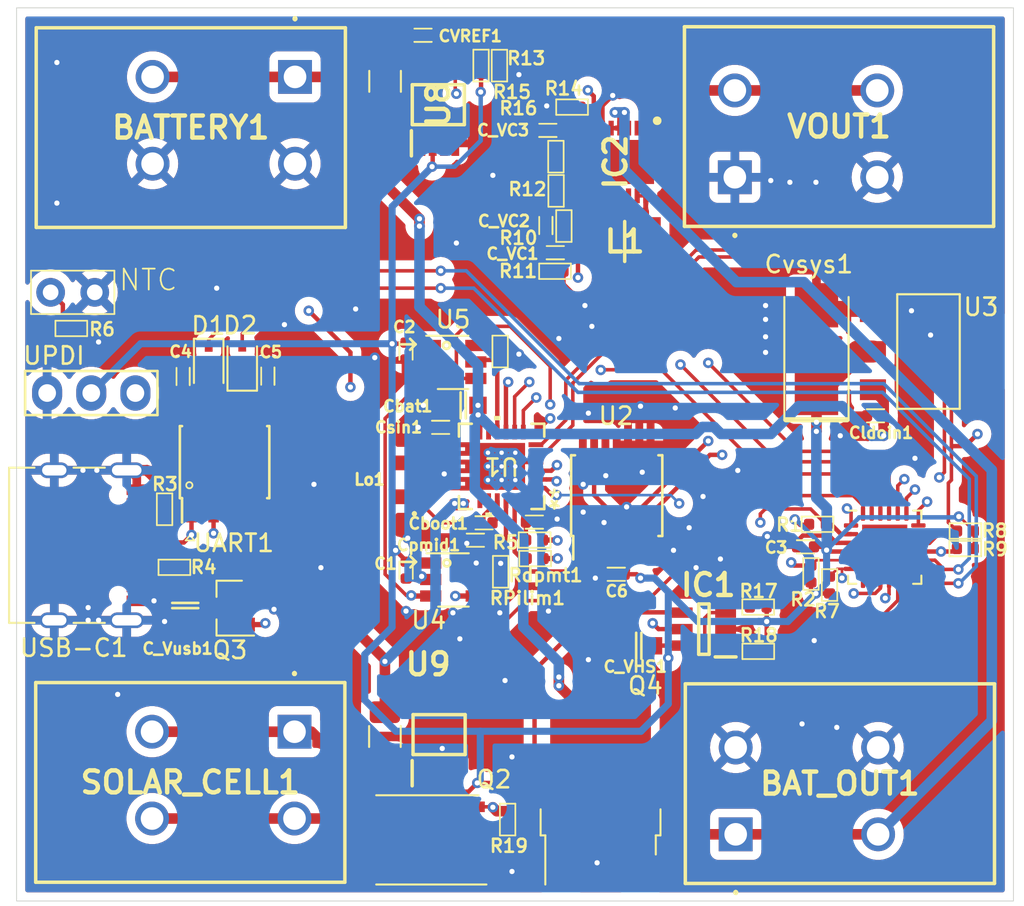
<source format=kicad_pcb>
(kicad_pcb (version 20240108) (generator "pcbnew") (generator_version "8.0")
  (layers (0 "F.Cu" signal) (1 "In1.Cu" signal) (2 "In2.Cu" signal) (31 "B.Cu" signal) (34 "B.Paste" user) (35 "F.Paste" user) (36 "B.SilkS" user "B.Silkscreen") (37 "F.SilkS" user "F.Silkscreen") (38 "B.Mask" user) (39 "F.Mask" user) (44 "Edge.Cuts" user))
  (net 0 "")
  (net 1 "GND")
  (net 2 "SOLAR_GATE")
  (net 3 "BAT_GATE")
  (net 4 "VSYS")
  (net 5 "BATTERY_SENSE_OUT")
  (net 6 "RX")
  (net 7 "ISET_CS")
  (net 8 "ILIM_CS")
  (net 9 "TX")
  (net 10 "SCL")
  (net 11 "UPDI")
  (net 12 "SDA")
  (net 13 "HSG2")
  (net 14 "HSG1")
  (net 15 "U{slash}D")
  (net 16 "SOLAR_SENSE_OUT")
  (net 17 "VIN")
  (net 18 "SHDN1")
  (net 20 "SHDN2")
  (net 21 "SOLAR")
  (net 22 "VBAT")
  (net 23 "Net-(C_VC1-Pad1)")
  (net 24 "BAT")
  (net 25 "Net-(IC2-FB)")
  (net 27 "Net-(C_VC1-Pad2)")
  (net 28 "Net-(R12-Pad1)")
  (net 29 "VUSB")
  (net 30 "STAT")
  (net 31 "PG")
  (net 32 "VDPM")
  (net 33 "ILIM")
  (net 34 "ISET")
  (net 35 "LDO")
  (net 36 "TS")
  (net 37 "CE")
  (net 38 "ADIO2")
  (net 39 "ADIO1")
  (net 41 "Net-(IC2-RT)")
  (net 42 "Net-(C_VC3-Pad2)")
  (net 43 "VOUT")
  (net 44 "VBAT_OUT")
  (net 45 "D+")
  (net 46 "Net-(D2-A)")
  (net 47 "Net-(D1-K)")
  (net 48 "D-")
  (net 49 "Net-(IC2-SW1_1)")
  (net 50 "BURST")
  (net 51 "PMID")
  (net 52 "Net-(Cboot1-Pad2)")
  (net 53 "Net-(U1-BOOT)")
  (net 54 "Net-(Csin1-Pad1)")
  (net 55 "RUN")
  (net 56 "Net-(IC2-SW2_1)")
  (net 57 "Net-(Q2-D)")
  (net 61 "Net-(USB-C1-CC1)")
  (net 62 "Net-(USB-C1-CC2)")
  (net 63 "Net-(UART1-V3)")
  (net 66 "Net-(U8-REF)")
  (footprint "PCM_4ms_Resistor:R_0402" (layer "F.Cu") (at 59.004 115.909 180)
    (property "Reference" "R5")
    (property "Value" "5k" (hide yes))
  )
  (footprint "PCM_4ms_Capacitor:C_0603" (layer "F.Cu") (at 65 122)
    (property "Reference" "C_VHS1")
    (property "Value" "10u" (hide yes))
  )
  (footprint "PCM_4ms_Resistor:R_0402" (layer "F.Cu") (at 71.88 122.32)
    (property "Reference" "R18")
    (property "Value" "10k" (hide yes))
  )
  (footprint "PCM_4ms_Capacitor:C_0402" (layer "F.Cu") (at 59.65 97.79 90)
    (property "Reference" "C_VC2")
    (property "Value" "12p" (hide yes))
  )
  (footprint "PCM_4ms_Resistor:R_1206_3216Metric" (layer "F.Cu") (at 50.385 127.225 90)
    (property "Reference" "SOLAR_SENSE1" (hide yes))
    (property "Value" "R_US" (hide yes))
  )
  (footprint "Connector_USB:USB_C_Receptacle_Palconn_UTC16-G" (layer "F.Cu") (at 33.59 116.21 -90)
    (property "Reference" "USB-C1")
    (property "Value" "USB_C_Receptacle_USB2.0_14P" (hide yes))
  )
  (footprint "PCM_4ms_Connector:Pins_1x02_2.54mm_TH" (layer "F.Cu") (at 32.41 101.64 -90)
    (property "Reference" "J4" (hide yes))
    (property "Value" "NTC")
  )
  (footprint "PCM_4ms_Connector:Pins_1x03_2.54mm_TH" (layer "F.Cu") (at 33.48 107.44 90)
    (property "Reference" "J3" (hide yes))
    (property "Value" "UPDI")
  )
  (footprint "PCM_4ms_Capacitor:C_0402" (layer "F.Cu") (at 51.599 105.0214 -90)
    (property "Reference" "C2")
    (property "Value" ".1u" (hide yes))
  )
  (footprint "Diode_SMD:D_SOD-323" (layer "F.Cu") (at 40.2406 105.8119 -90)
    (property "Reference" "D2")
    (property "Value" "1N4448WS" (hide yes))
  )
  (footprint "PCM_4ms_Resistor:R_0402" (layer "F.Cu") (at 71.875 119.77)
    (property "Reference" "R17")
    (property "Value" "10k" (hide yes))
  )
  (footprint "PCM_4ms_Resistor:R_0402" (layer "F.Cu") (at 57.019 105.0464 -90)
    (property "Reference" "Rpiset1" (hide yes))
    (property "Value" "DoNotPlace" (hide yes))
  )
  (footprint "PCM_4ms_Resistor:R_0402" (layer "F.Cu") (at 32.33 103.72)
    (property "Reference" "R6")
    (property "Value" "9.82k" (hide yes))
  )
  (footprint "Library:RGE24_2P7X2P7_TEX" (layer "F.Cu") (at 57.104 111.6664 180)
    (property "Reference" "U1")
    (property "Value" "BQ24257RGET")
  )
  (footprint "PCM_4ms_Capacitor:C_0402" (layer "F.Cu") (at 59.765 92.31)
    (property "Reference" "C_VC3")
    (property "Value" "47p" (hide yes))
  )
  (footprint "PCM_4ms_Resistor:R_0402" (layer "F.Cu") (at 83.81 115.39)
    (property "Reference" "R8")
    (property "Value" "10k" (hide yes))
  )
  (footprint "PCM_4ms_Capacitor:C_0402" (layer "F.Cu") (at 60.195 99.355)
    (property "Reference" "C_VC1")
    (property "Value" "680p" (hide yes))
  )
  (footprint "PCM_4ms_Resistor:R_0402" (layer "F.Cu") (at 38.265 117.48)
    (property "Reference" "R4")
    (property "Value" "5.1k" (hide yes))
  )
  (footprint "Library:74438324010" (layer "F.Cu") (at 52.079 112.4414 90)
    (property "Reference" "Lo1")
    (property "Value" "74438324010" (hide yes))
  )
  (footprint "PCM_4ms_Resistor:R_0402" (layer "F.Cu") (at 60.24 95.795 -90)
    (property "Reference" "R12")
    (property "Value" "182k" (hide yes))
  )
  (footprint "PCM_4ms_Resistor:R_0402" (layer "F.Cu") (at 60.69 97.82 -90)
    (property "Reference" "R10")
    (property "Value" "49.9K" (hide yes))
  )
  (footprint "PCM_4ms_Capacitor:C_0402" (layer "F.Cu") (at 43.6442 106.4661 90)
    (property "Reference" "C5")
    (property "Value" ".1u")
  )
  (footprint "USER:SON50P400X500X80-17N-D" (layer "F.Cu") (at 63.66 94.13 -90)
    (property "Reference" "IC2")
    (property "Value" "LTC3113EDHD#TRPBF" (hide yes))
  )
  (footprint "PCM_4ms_Resistor:R_0402" (layer "F.Cu") (at 61.16 90.97)
    (property "Reference" "R14")
    (property "Value" "90.9k" (hide yes))
  )
  (footprint "PCM_4ms_Capacitor:C_0402" (layer "F.Cu") (at 58.989 114.8764)
    (property "Reference" "Cldo1" (hide yes))
    (property "Value" "1u" (hide yes))
  )
  (footprint "1190297:1190297" (layer "F.Cu") (at 45.21 89.23 -90)
    (property "Reference" "BATTERY1")
    (property "Value" "1190297" (hide yes))
  )
  (footprint "PCM_4ms_Resistor:R_0402" (layer "F.Cu") (at 83.8 116.4)
    (property "Reference" "R9")
    (property "Value" "10k" (hide yes))
  )
  (footprint "PCM_4ms_Package_SOIC:SOIC-8-1EP_3.9x4.9mm_Pitch1.27mm" (layer "F.Cu") (at 41.155 111.42 90)
    (property "Reference" "UART1")
    (property "Value" "CH330N" (hide yes))
  )
  (footprint "PCM_4ms_Capacitor:C_0402" (layer "F.Cu") (at 38.7674 106.4867 90)
    (property "Reference" "C4")
    (property "Value" ".1u" (hide yes))
  )
  (footprint "PCM_4ms_Package_TO:TO-252-2" (layer "F.Cu") (at 62.8 130.45 90)
    (property "Reference" "Q4")
    (property "Value" "SUD09P10-195" (hide yes))
  )
  (footprint "PCM_4ms_Resistor:R_0402" (layer "F.Cu") (at 57.049 117.7364 -90)
    (property "Reference" "RPilim1")
    (property "Value" "DoNotPlace" (hide yes))
  )
  (footprint "USER:SOP65P490X110-8N" (layer "F.Cu") (at 53.46 90.83 90)
    (property "Reference" "U8")
    (property "Value" "AD8218xCP" (hide yes))
  )
  (footprint "USER:SOP65P490X110-8N" (layer "F.Cu") (at 53.505 127.115 90)
    (property "Reference" "U9")
    (property "Value" "AD8218xCP" (hide yes))
  )
  (footprint "PCM_4ms_Resistor:R_0402" (layer "F.Cu") (at 56.98 88.58 -90)
    (property "Reference" "R16")
    (property "Value" "TBD" (hide yes))
  )
  (footprint "1190297:1190297" (layer "F.Cu") (at 70.58 132.86 90)
    (property "Reference" "BAT_OUT1")
    (property "Value" "1190297" (hide yes))
  )
  (footprint "USER:INDC3225X120N" (layer "F.Cu") (at 64.19 98.71 180)
    (property "Reference" "L1")
    (property "Value" "SRP3212A-2R2M" (hide yes))
  )
  (footprint "PCM_4ms_Resistor:R_0402" (layer "F.Cu") (at 60.18 100.425)
    (property "Reference" "R11")
    (property "Value" "182k" (hide yes))
  )
  (footprint "Package_SO:PowerPAK_SO-8_Single" (layer "F.Cu") (at 52.83 133.18 180)
    (property "Reference" "Q2")
    (property "Value" "SQS201CENW-T1_GE3" (hide yes))
  )
  (footprint "PCM_4ms_Resistor:R_0402" (layer "F.Cu") (at 59.034 116.9764)
    (property "Reference" "Rdpmt1")
    (property "Value" "R_US" (hide yes))
  )
  (footprint "PCM_4ms_Resistor:R_0402" (layer "F.Cu") (at 55.92 88.575 90)
    (property "Reference" "R15")
    (property "Value" "TBD" (hide yes))
  )
  (footprint "PCM_4ms_Capacitor:C_0402" (layer "F.Cu") (at 51.609 117.6414 -90)
    (property "Reference" "C1")
    (property "Value" ".1u" (hide yes))
  )
  (footprint "USER:SOT95P280X145-6N" (layer "F.Cu") (at 68.75 121.04 180)
    (property "Reference" "IC1")
    (property "Value" "LTC1982ES6#TRMPBF" (hide yes))
  )
  (footprint "PCM_4ms_Capacitor:C_0402" (layer "F.Cu") (at 56.094 114.9164 180)
    (property "Reference" "Cboot1")
    (property "Value" "33n" (hide yes))
  )
  (footprint "PCM_4ms_Capacitor:C_0603" (layer "F.Cu") (at 38.89 119.68 -90)
    (property "Reference" "C_Vusb1")
    (property "Value" "22u" (hide yes))
  )
  (footprint "PCM_4ms_Package_SOT:TSOT-23-6" (layer "F.Cu") (at 54.3316 118.1824)
    (property "Reference" "U4")
    (property "Value" "MCP4022-xxxxCH" (hide yes))
  )
  (footprint "PCM_4ms_Resistor:R_0402" (layer "F.Cu") (at 37.7 114.135 90)
    (property "Reference" "R3")
    (property "Value" "5.1k" (hide yes))
  )
  (footprint "PCM_4ms_Resistor:R_0402" (layer "F.Cu") (at 75.29 115 180)
    (property "Reference" "R1")
    (property "Value" "10k" (hide yes))
  )
  (footprint "PCM_4ms_Resistor:R_0402" (layer "F.Cu") (at 74.9125 117.865 -90)
    (property "Reference" "R2")
    (property "Value" "10k" (hide yes))
  )
  (footprint "PCM_4ms_Capacitor:C_0603" (layer "F.Cu") (at 54.8932 108.1494 180)
    (property "Reference" "Cbat1")
    (property "Value" "22u" (hide yes))
  )
  (footprint "1190297:1190297" (layer "F.Cu") (at 70.53 95.01 90)
    (property "Reference" "VOUT1")
    (property "Value" "1190297" (hide yes))
  )
  (footprint "PCM_4ms_Resistor:R_0402" (layer "F.Cu") (at 75.9825 118.5 -90)
    (property "Reference" "R7")
    (property "Value" "10k" (hide yes))
  )
  (footprint "PCM_4ms_Package_SOT:SOT223" (layer "F.Cu") (at 81.68 105.05 -90)
    (property "Reference" "U3")
    (property "Value" "AMS1117-3.3" (hide yes))
  )
  (footprint "PCM_4ms_Resistor:R_0402" (layer "F.Cu") (at 57.45 132.01 -90)
    (property "Reference" "R19")
    (property "Value" "10k" (hide yes))
  )
  (footprint "1190297:1190297" (layer "F.Cu") (at 45.18 126.95 -90)
    (property "Reference" "SOLAR_CELL1")
    (property "Value" "1190297" (hide yes))
  )
  (footprint "PCM_4ms_Capacitor:CP_Tantalum_EIA-6032-28_Kemet-C" (layer "F.Cu") (at 75.23 104.91 90)
    (property "Reference" "Cvsys1")
    (property "Value" "22u" (hide yes))
  )
  (footprint "PCM_4ms_Package_SOT:SOT-23" (layer "F.Cu") (at 41.45 119.83 180)
    (property "Reference" "Q3")
    (property "Value" "IRLML6401" (hide yes))
  )
  (footprint "PCM_4ms_Capacitor:C_0402" (layer "F.Cu") (at 78.63 108.75 180)
    (property "Reference" "Cldoin1")
    (property "Value" "1u" (hide yes))
  )
  (footprint "PCM_4ms_Package_SOT:TSOT-23-6" (layer "F.Cu") (at 54.31 105.65)
    (property "Reference" "U5")
    (property "Value" "MCP4022-xxxxCH" (hide yes))
  )
  (footprint "PCM_4ms_Capacitor:C_0402" (layer "F.Cu") (at 52.58 86.83)
    (property "Reference" "CVREF1")
    (property "Value" "TBD" (hide yes))
  )
  (footprint "PCM_4ms_Package_SSOP:TSSOP-14_4.4x5mm_P0.65mm" (layer "F.Cu") (at 63.73 113.35 90)
    (property "Reference" "U2")
    (property "Value" "AD5280" (hide yes))
  )
  (footprint "PCM_4ms_Resistor:R_1206_3216Metric" (layer "F.Cu") (at 50.395 89.485 90)
    (property "Reference" "BAT_SENSE1" (hide yes))
    (property "Value" "R_US" (hide yes))
  )
  (footprint "PCM_4ms_Capacitor:C_0402" (layer "F.Cu") (at 74.6 116.3 180)
    (property "Reference" "C3")
    (property "Value" ".1u" (hide yes))
  )
  (footprint "Diode_SMD:D_SOD-323" (layer "F.Cu") (at 42.171 105.8033 90)
    (property "Reference" "D1")
    (property "Value" "1N4448WS" (hide yes))
  )
  (footprint "PCM_4ms_Capacitor:C_0402" (layer "F.Cu") (at 63.7022 117.879 180)
    (property "Reference" "C6")
    (property "Value" ".1u" (hide yes))
  )
  (footprint "PCM_4ms_Resistor:R_0402" (layer "F.Cu") (at 60.23 93.825 90)
    (property "Reference" "R13")
    (property "Value" "6.49k" (hide yes))
  )
  (footprint "PCM_4ms_Capacitor:C_0402" (layer "F.Cu") (at 53.594 109.4164 180)
    (property "Reference" "Csin1")
    (property "Value" "1u" (hide yes))
  )
  (footprint "Package_DFN_QFN:QFN-24-1EP_4x4mm_P0.5mm_EP2.6x2.6mm" (layer "F.Cu") (at 79.16 116.32)
    (property "Reference" "ATTINY1627" (hide yes))
    (property "Value" "ATtiny1627-M" (hide yes))
  )
  (footprint "PCM_4ms_Capacitor:C_0402" (layer "F.Cu") (at 55.594 115.9164 180)
    (property "Reference" "Cpmid1")
    (property "Value" "1u" (hide yes))
  )
  (gr_rect (start 29.18 85.25) (end 86.57 136.7) (stroke (width 0.05)) (fill none) (layer "Edge.Cuts"))
  (segment (start 57.019 104.5614) (end 57.4614 104.5614) (width 0.254) (layer "F.Cu") (net 1))
  (segment (start 36.1 113.01) (end 36.1 112.47) (width 0.254) (layer "F.Cu") (net 1))
  (segment (start 65.03 110.4) (end 64.38 110.4) (width 0.254) (layer "F.Cu") (net 1))
  (segment (start 78.145 108.75) (end 77.75 108.75) (width 0.2032) (layer "F.Cu") (net 1))
  (segment (start 38.89 120.53) (end 37.77 120.53) (width 0.254) (layer "F.Cu") (net 1))
  (segment (start 63.08 116.3) (end 63.08 114.98) (width 0.254) (layer "F.Cu") (net 1))
  (segment (start 74.442001 115.653) (end 74.115 115.980001) (width 0.254) (layer "F.Cu") (net 1))
  (segment (start 62.91 90.89) (end 63.5 90.3) (width 0.254) (layer "F.Cu") (net 1))
  (segment (start 52.8564 105.5064) (end 53 105.65) (width 0.254) (layer "F.Cu") (net 1))
  (segment (start 77.2225 116.07) (end 78.91 116.07) (width 0.254) (layer "F.Cu") (net 1))
  (segment (start 52.6 108.1494) (end 52.5506 108.1494) (width 0.254) (layer "F.Cu") (net 1))
  (segment (start 53.0216 118.1824) (end 51.665 118.1824) (width 0.254) (layer "F.Cu") (net 1))
  (segment (start 56.8804 104.7) (end 57.019 104.5614) (width 0.254) (layer "F.Cu") (net 1))
  (segment (start 53.83 128.06) (end 53.83 129.34) (width 0.254) (layer "F.Cu") (net 1))
  (segment (start 55.5 133.815) (end 55.5 132.545) (width 0.254) (layer "F.Cu") (net 1))
  (segment (start 51.599 105.5064) (end 49.9064 105.5064) (width 0.254) (layer "F.Cu") (net 1))
  (segment (start 64.38 110.4) (end 63.73 110.4) (width 0.254) (layer "F.Cu") (net 1))
  (segment (start 60.665 100.425) (end 60.665 101.165) (width 0.254) (layer "F.Cu") (net 1))
  (segment (start 51.665 118.1824) (end 51.609 118.1264) (width 0.254) (layer "F.Cu") (net 1))
  (segment (start 36.69 111.89) (end 36.8075 112.0075) (width 0.6096) (layer "F.Cu") (net 1))
  (segment (start 60.665 101.165) (end 61.9 102.4) (width 0.254) (layer "F.Cu") (net 1))
  (segment (start 76.37 116.07) (end 75.953 115.653) (width 0.254) (layer "F.Cu") (net 1))
  (segment (start 78.48 102.75) (end 75.595 102.75) (width 0.6096) (layer "F.Cu") (net 1))
  (segment (start 75.595 102.75) (end 75.23 102.385) (width 0.6096) (layer "F.Cu") (net 1))
  (segment (start 33 111.89) (end 31.35 111.89) (width 0.254) (layer "F.Cu") (net 1))
  (segment (start 60.3 114.7) (end 59.6504 114.7) (width 0.254) (layer "F.Cu") (net 1))
  (segment (start 36.8075 112.0075) (end 37.9 112.0075) (width 0.6096) (layer "F.Cu") (net 1))
  (segment (start 36.69 111.89) (end 35.52 111.89) (width 0.6096) (layer "F.Cu") (net 1))
  (segment (start 53.109 109.4164) (end 52.3 109.4164) (width 0.254) (layer "F.Cu") (net 1))
  (segment (start 32.815 102.505) (end 33.68 101.64) (width 0.254) (layer "F.Cu") (net 1))
  (segment (start 37.9 112.0075) (end 38.9 112.0075) (width 0.6096) (layer "F.Cu") (net 1))
  (segment (start 63.2172 117.879) (end 63.08 117.7418) (width 0.254) (layer "F.Cu") (net 1))
  (segment (start 40.52 112.0075) (end 38.9 112.0075) (width 0.2032) (layer "F.Cu") (net 1))
  (segment (start 65.68 110.4) (end 65.03 110.4) (width 0.254) (layer "F.Cu") (net 1))
  (segment (start 52.3 109.4164) (end 52.2164 109.4164) (width 0.254) (layer "F.Cu") (net 1))
  (segment (start 41.79 114.12) (end 41.79 112.0075) (width 0.6096) (layer "F.Cu") (net 1))
  (segment (start 36.1 119.41) (end 37.09 119.41) (width 0.254) (layer "F.Cu") (net 1))
  (segment (start 51.599 105.5064) (end 52.8564 105.5064) (width 0.254) (layer "F.Cu") (net 1))
  (segment (start 63.08 114.98) (end 63 114.9) (width 0.254) (layer "F.Cu") (net 1))
  (segment (start 37.7 113.65) (end 37.7 112.9) (width 0.6096) (layer "F.Cu") (net 1))
  (segment (start 78.91 116.07) (end 79.16 116.32) (width 0.254) (layer "F.Cu") (net 1))
  (segment (start 55.129 111.9164) (end 56.0666 111.9164) (width 0.254) (layer "F.Cu") (net 1))
  (segment (start 38.9 112.0075) (end 41.79 112.0075) (width 0.6096) (layer "F.Cu") (net 1))
  (segment (start 53.18 124.89) (end 53.18 127.41) (width 0.254) (layer "F.Cu") (net 1))
  (segment (start 36.1 112.47) (end 35.52 111.89) (width 0.254) (layer "F.Cu") (net 1))
  (segment (start 56.0666 111.9164) (end 56.3166 111.6664) (width 0.254) (layer "F.Cu") (net 1))
  (segment (start 74.115 115.980001) (end 74.115 116.3) (width 0.254) (layer "F.Cu") (net 1))
  (segment (start 77.2225 116.07) (end 76.37 116.07) (width 0.254) (layer "F.Cu") (net 1))
  (segment (start 49.9064 105.5064) (end 49.8 105.4) (width 0.254) (layer "F.Cu") (net 1))
  (segment (start 54.0432 108.1494) (end 52.6 108.1494) (width 0.254) (layer "F.Cu") (net 1))
  (segment (start 59.6504 114.7) (end 59.474 114.8764) (width 0.254) (layer "F.Cu") (net 1))
  (segment (start 77.75 108.75) (end 76.6 109.9) (width 0.2032) (layer "F.Cu") (net 1))
  (segment (start 37.7 112.9) (end 36.69 111.89) (width 0.6096) (layer "F.Cu") (net 1))
  (segment (start 56.0666 111.4164) (end 56.3166 111.6664) (width 0.254) (layer "F.Cu") (net 1))
  (segment (start 57.4614 104.5614) (end 58.1 105.2) (width 0.254) (layer "F.Cu") (net 1))
  (segment (start 60.675 90.97) (end 59.77 90.97) (width 0.254) (layer "F.Cu") (net 1))
  (segment (start 74.115 116.3) (end 73 116.3) (width 0.254) (layer "F.Cu") (net 1))
  (segment (start 53.685 127.915) (end 53.83 128.06) (width 0.254) (layer "F.Cu") (net 1))
  (segment (start 59.079 111.4164) (end 58.463059 111.4164) (width 0.254) (layer "F.Cu") (net 1))
  (segment (start 59.77 90.97) (end 59.7 90.9) (width 0.254) (layer "F.Cu") (net 1))
  (segment (start 37.9 112.0075) (end 41.79 112.0075) (width 0.6096) (layer "F.Cu") (net 1))
  (segment (start 73 116.3) (end 72.4 115.7) (width 0.254) (layer "F.Cu") (net 1))
  (segment (start 33.9 120.53) (end 33.3 120.53) (width 0.254) (layer "F.Cu") (net 1))
  (segment (start 58.065 89.065) (end 58.1 89.1) (width 0.254) (layer "F.Cu") (net 1))
  (segment (start 75.953 115.653) (end 74.442001 115.653) (width 0.254) (layer "F.Cu") (net 1))
  (segment (start 33.3 120.53) (end 31.35 120.53) (width 0.254) (layer "F.Cu") (net 1))
  (segment (start 55.62 104.7) (end 56.8804 104.7) (width 0.254) (layer "F.Cu") (net 1))
  (segment (start 33.8 111.89) (end 33 111.89) (width 0.254) (layer "F.Cu") (net 1))
  (segment (start 55.129 111.9164) (end 55.129 111.4164) (width 0.254) (layer "F.Cu") (net 1))
  (segment (start 54.48 129.34) (end 53.83 129.34) (width 0.254) (layer "F.Cu") (net 1))
  (segment (start 63.08 117.7418) (end 63.08 116.3) (width 0.254) (layer "F.Cu") (net 1))
  (segment (start 53.18 127.41) (end 53.685 127.915) (width 0.254) (layer "F.Cu") (net 1))
  (segment (start 55.129 111.4164) (end 56.0666 111.4164) (width 0.254) (layer "F.Cu") (net 1))
  (segment (start 32.815 103.72) (end 32.815 102.505) (width 0.254) (layer "F.Cu") (net 1))
  (segment (start 35.52 111.89) (end 33.8 111.89) (width 0.254) (layer "F.Cu") (net 1))
  (segment (start 57.925659 110.879) (end 57.8914 110.879) (width 0.254) (layer "F.Cu") (net 1))
  (segment (start 62.91 92.18) (end 62.91 90.89) (width 0.254) (layer "F.Cu") (net 1))
  (segment (start 56.98 89.065) (end 58.065 89.065) (width 0.254) (layer "F.Cu") (net 1))
  (segment (start 55.5 135.085) (end 55.5 133.815) (width 0.254) (layer "F.Cu") (net 1))
  (segment (start 35.52 120.53) (end 33.9 120.53) (width 0.254) (layer "F.Cu") (net 1))
  (segment (start 58.463059 111.4164) (end 57.925659 110.879) (width 0.254) (layer "F.Cu") (net 1))
  (segment (start 37.77 120.53) (end 37.7 120.6) (width 0.254) (layer "F.Cu") (net 1))
  (via (at 33.9 120.53) (size 0.6) (drill 0.3) (layers "F.Cu" "B.Cu") (net 1))
  (via (at 57.7 128.4) (size 0.6) (drill 0.3) (layers "F.Cu" "B.Cu") (net 1))
  (via (at 33.3 119.8) (size 0.6) (drill 0.3) (layers "F.Cu" "B.Cu") (net 1))
  (via (at 65.2 112) (size 0.6) (drill 0.3) (layers "F.Cu" "B.Cu") (net 1))
  (via (at 58.1 89.1) (size 0.6) (drill 0.3) (layers "F.Cu" "B.Cu") (net 1))
  (via (at 55.6416 117.2324) (size 0.6) (drill 0.3) (layers "F.Cu" "B.Cu") (net 1))
  (via (at 51.7 115.8) (size 0.6) (drill 0.3) (layers "F.Cu" "B.Cu") (net 1))
  (via (at 59.8 120) (size 0.6) (drill 0.3) (layers "F.Cu" "B.Cu") (net 1))
  (via (at 52.5 118) (size 0.6) (drill 0.3) (layers "F.Cu" "B.Cu") (net 1))
  (via (at 74.4 126.5) (size 0.6) (drill 0.3) (layers "F.Cu" "B.Cu") (net 1))
  (via (at 63 114.9) (size 0.6) (drill 0.3) (layers "F.Cu" "B.Cu") (net 1))
  (via (at 33.9 104.5) (size 0.6) (drill 0.3) (layers "F.Cu" "B.Cu") (net 1))
  (via (at 67.1 108.3) (size 0.6) (drill 0.3) (layers "F.Cu" "B.Cu") (net 1))
  (via (at 72.3 105.1) (size 0.6) (drill 0.3) (layers "F.Cu" "B.Cu") (net 1))
  (via (at 80.7 102.7) (size 0.6) (drill 0.3) (layers "F.Cu" "B.Cu") (net 1))
  (via (at 52.6 108.1494) (size 0.6) (drill 0.3) (layers "F.Cu" "B.Cu") (net 1))
  (via (at 33.8 111.89) (size 0.6) (drill 0.3) (layers "F.Cu" "B.Cu") (net 1))
  (via (at 49.8 105.4) (size 0.6) (drill 0.3) (layers "F.Cu" "B.Cu") (net 1))
  (via (at 61.9 102.4) (size 0.6) (drill 0.3) (layers "F.Cu" "B.Cu") (net 1))
  (via (at 35 124.8) (size 0.6) (drill 0.3) (layers "F.Cu" "B.Cu") (net 1))
  (via (at 55.1 116.1) (size 0.6) (drill 0.3) (layers "F.Cu" "B.Cu") (net 1))
  (via (at 62.5 118.1) (size 0.6) (drill 0.3) (layers "F.Cu" "B.Cu") (net 1))
  (via (at 31.5 88.4) (size 0.6) (drill 0.3) (layers "F.Cu" "B.Cu") (net 1))
  (via (at 65.1 108.2) (size 0.6) (drill 0.3) (layers "F.Cu" "B.Cu") (net 1))
  (via (at 62.3 103.6) (size 0.6) (drill 0.3) (layers "F.Cu" "B.Cu") (net 1))
  (via (at 76.4 126.7) (size 0.6) (drill 0.3) (layers "F.Cu" "B.Cu") (net 1))
  (via (at 59.7 90.9) (size 0.6) (drill 0.3) (layers "F.Cu" "B.Cu") (net 1))
  (via (at 57.3 124) (size 0.6) (drill 0.3) (layers "F.Cu" "B.Cu") (net 1))
  (via (at 53.8 112.1) (size 0.6) (drill 0.3) (layers "F.Cu" "B.Cu") (net 1))
  (via (at 64.3 114) (size 0.6) (drill 0.3) (layers "F.Cu" "B.Cu") (net 1))
  (via (at 33 111.89) (size 0.6) (drill 0.3) (layers "F.Cu" "B.Cu") (net 1))
  (via (at 63.1 112.2) (size 0.6) (drill 0.3) (layers "F.Cu" "B.Cu") (net 1))
  (via (at 72.3 103.2) (size 0.6) (drill 0.3) (layers "F.Cu" "B.Cu") (net 1))
  (via (at 81.8 104.1) (size 0.6) (drill 0.3) (layers "F.Cu" "B.Cu") (net 1))
  (via (at 54.3 120.1) (size 0.6) (drill 0.3) (layers "F.Cu" "B.Cu") (net 1))
  (via (at 80.9 111.2) (size 0.6) (drill 0.3) (layers "F.Cu" "B.Cu") (net 1))
  (via (at 72.3 102.4) (size 0.6) (drill 0.3) (layers "F.Cu" "B.Cu") (net 1))
  (via (at 60.3 114.7) (size 0.6) (drill 0.3) (layers "F.Cu" "B.Cu") (net 1))
  (via (at 59.9 108.9) (size 0.6) (drill 0.3) (layers "F.Cu" "B.Cu") (net 1))
  (via (at 33.3 120.53) (size 0.6) (drill 0.3) (layers "F.Cu" "B.Cu") (net 1))
  (via (at 46.3 112.7) (size 0.6) (drill 0.3) (layers "F.Cu" "B.Cu") (net 1))
  (via (at 72.4 115.7) (size 0.6) (drill 0.3) (layers "F.Cu" "B.Cu") (net 1))
  (via (at 57.7 135) (size 0.6) (drill 0.3) (layers "F.Cu" "B.Cu") (net 1))
  (via (at 54.5 98.8) (size 0.6) (drill 0.3) (layers "F.Cu" "B.Cu") (net 1))
  (via (at 72.3 104.2) (size 0.6) (drill 0.3) (layers "F.Cu" "B.Cu") (net 1))
  (via (at 46.7 117.5) (size 0.6) (drill 0.3) (layers "F.Cu" "B.Cu") (net 1))
  (via (at 48.7 102.6) (size 0.6) (drill 0.3) (layers "F.Cu" "B.Cu") (net 1))
  (via (at 68.7 113.4) (size 0.6) (drill 0.3) (layers "F.Cu" "B.Cu") (net 1))
  (via (at 52.3 109.4164) (size 0.6) (drill 0.3) (layers "F.Cu" "B.Cu") (net 1))
  (via (at 53.685 127.915) (size 0.6) (drill 0.3) (layers "F.Cu" "B.Cu") (net 1))
  (via (at 51.6 120) (size 0.6) (drill 0.3) (layers "F.Cu" "B.Cu") (net 1))
  (via (at 44 119.9) (size 0.6) (drill 0.3) (layers "F.Cu" "B.Cu") (net 1))
  (via (at 69.7 117) (size 0.6) (drill 0.3) (layers "F.Cu" "B.Cu") (net 1))
  (via (at 72.6 95.2) (size 0.6) (drill 0.3) (layers "F.Cu" "B.Cu") (net 1))
  (via (at 37.7 120.6) (size 0.6) (drill 0.3) (layers "F.Cu" "B.Cu") (net 1))
  (via (at 56.6 94.9) (size 0.6) (drill 0.3) (layers "F.Cu" "B.Cu") (net 1))
  (via (at 40.7 101.4) (size 0.6) (drill 0.3) (layers "F.Cu" "B.Cu") (net 1))
  (via (at 67 116.5) (size 0.6) (drill 0.3) (layers "F.Cu" "B.Cu") (net 1))
  (via (at 54.7 121.6) (size 0.6) (drill 0.3) (layers "F.Cu" "B.Cu") (net 1))
  (via (at 62.1 122.8) (size 0.6) (drill 0.3) (layers "F.Cu" "B.Cu") (net 1))
  (via (at 76.6 109.9) (size 0.6) (drill 0.3) (layers "F.Cu" "B.Cu") (net 1))
  (via (at 73.7 95.3) (size 0.6) (drill 0.3) (layers "F.Cu" "B.Cu") (net 1))
  (via (at 57.049 117.2514) (size 0.6) (drill 0.3) (layers "F.Cu" "B.Cu") (net 1))
  (via (at 61.8 112.7) (size 0.6) (drill 0.3) (layers "F.Cu" "B.Cu") (net 1))
  (via (at 31.5 96.5) (size 0.6) (drill 0.3) (layers "F.Cu" "B.Cu") (net 1))
  (via (at 60.4 104.3) (size 0.6) (drill 0.3) (layers "F.Cu" "B.Cu") (net 1))
  (via (at 58.1 105.2) (size 0.6) (drill 0.3) (layers "F.Cu" "B.Cu") (net 1))
  (via (at 44.6 103.5) (size 0.6) (drill 0.3) (layers "F.Cu" "B.Cu") (net 1))
  (via (at 68.3 117.5) (size 0.6) (drill 0.3) (layers "F.Cu" "B.Cu") (net 1))
  (via (at 63.5 90.3) (size 0.6) (drill 0.3) (layers "F.Cu" "B.Cu") (net 1))
  (via (at 62.1 108.6) (size 0.6) (drill 0.3) (layers "F.Cu" "B.Cu") (net 1))
  (via (at 62.6 134.5) (size 0.6) (drill 0.3) (layers "F.Cu" "B.Cu") (net 1))
  (via (at 75.1 121.7) (size 0.6) (drill 0.3) (layers "F.Cu" "B.Cu") (net 1))
  (via (at 70.7 111.9) (size 0.6) (drill 0.3) (layers "F.Cu" "B.Cu") (net 1))
  (via (at 37.09 119.41) (size 0.6) (drill 0.3) (layers "F.Cu" "B.Cu") (net 1))
  (via (at 75.2 95.3) (size 0.6) (drill 0.3) (layers "F.Cu" "B.Cu") (net 1))
  (via (at 57 120.1) (size 0.6) (drill 0.3) (layers "F.Cu" "B.Cu") (net 1))
  (via (at 61.8 114.3) (size 0.6) (drill 0.3) (layers "F.Cu" "B.Cu") (net 1))
  (via (at 67.9 115.2) (size 0.6) (drill 0.3) (layers "F.Cu" "B.Cu") (net 1))
  (segment (start 57.45 131.525) (end 56.825 131.525) (width 0.6096) (layer "F.Cu") (net 2))
  (segment (start 56.825 131.525) (end 56.6 131.3) (width 0.6096) (layer "F.Cu") (net 2))
  (segment (start 56.575 131.275) (end 56.6 131.3) (width 0.2032) (layer "F.Cu") (net 2))
  (segment (start 55.5 131.275) (end 56.575 131.275) (width 0.2032) (layer "F.Cu") (net 2))
  (segment (start 81.0975 114.2025) (end 81.0975 115.07) (width 0.2032) (layer "F.Cu") (net 2))
  (segment (start 81.6 113.7) (end 81.0975 114.2025) (width 0.2032) (layer "F.Cu") (net 2))
  (via (at 81.6 113.7) (size 0.6) (drill 0.3) (layers "F.Cu" "B.Cu") (net 2))
  (via (at 56.6 131.3) (size 0.6) (drill 0.3) (layers "F.Cu" "B.Cu") (net 2))
  (segment (start 79.91 112.780468) (end 79.91 114.3825) (width 0.2032) (layer "F.Cu") (net 3))
  (segment (start 80.290468 112.4) (end 79.91 112.780468) (width 0.2032) (layer "F.Cu") (net 3))
  (via (at 80.290468 112.4) (size 0.6) (drill 0.3) (layers "F.Cu" "B.Cu") (net 3))
  (segment (start 74.815 115.03) (end 74.29 115.03) (width 0.254) (layer "F.Cu") (net 4))
  (segment (start 67.5 121.99) (end 66.7 121.99) (width 0.254) (layer "F.Cu") (net 4))
  (segment (start 75.23 109.645) (end 75.225 109.65) (width 0.6096) (layer "F.Cu") (net 4))
  (segment (start 73.98 114.72) (end 73.9 114.64) (width 0.254) (layer "F.Cu") (net 4))
  (segment (start 53.18 129.34) (end 53.18 130.319) (width 0.254) (layer "F.Cu") (net 4))
  (segment (start 57.175 129.9) (end 58.425 131.15) (width 0.254) (layer "F.Cu") (net 4))
  (segment (start 53.135 93.055) (end 53.135 94.365) (width 0.254) (layer "F.Cu") (net 4))
  (segment (start 58.425 131.15) (end 58.425 131.839999) (width 0.254) (layer "F.Cu") (net 4))
  (segment (start 75.8125 116.4875) (end 75.625 116.3) (width 0.254) (layer "F.Cu") (net 4))
  (segment (start 64.1872 117.8458) (end 64.374 117.659) (width 0.254) (layer "F.Cu") (net 4))
  (segment (start 83.4266 114.555069) (end 83.460069 114.555069) (width 0.1524) (layer "F.Cu") (net 4))
  (segment (start 84.295 116.39) (end 84.285 116.4) (width 0.1524) (layer "F.Cu") (net 4))
  (segment (start 64.38 116.3) (end 63.73 116.3) (width 0.254) (layer "F.Cu") (net 4))
  (segment (start 66.7 121.99) (end 65.86 121.99) (width 0.254) (layer "F.Cu") (net 4))
  (segment (start 64.1872 117.879) (end 64.879 117.879) (width 0.254) (layer "F.Cu") (net 4))
  (segment (start 57.769999 132.495) (end 57.45 132.495) (width 0.254) (layer "F.Cu") (net 4))
  (segment (start 58.425 131.839999) (end 57.769999 132.495) (width 0.254) (layer "F.Cu") (net 4))
  (segment (start 74.9125 118.8125) (end 75.085 118.985) (width 0.254) (layer "F.Cu") (net 4))
  (segment (start 75.085 118.985) (end 75.2 118.985) (width 0.254) (layer "F.Cu") (net 4))
  (segment (start 72.365 120.6) (end 72.365 119.775) (width 0.254) (layer "F.Cu") (net 4))
  (segment (start 75.625 116.3) (end 75.085 116.3) (width 0.254) (layer "F.Cu") (net 4))
  (segment (start 75.2 118.985) (end 75.9825 118.985) (width 0.254) (layer "F.Cu") (net 4))
  (segment (start 75.23 109.12) (end 75.23 109.645) (width 0.6096) (layer "F.Cu") (net 4))
  (segment (start 51.599 104.5364) (end 52.8364 104.5364) (width 0.254) (layer "F.Cu") (net 4))
  (segment (start 64.879 117.879) (end 65.1 118.1) (width 0.254) (layer "F.Cu") (net 4))
  (segment (start 66.7 122.7) (end 66.7 121.99) (width 0.254) (layer "F.Cu") (net 4))
  (segment (start 72.365 122.32) (end 72.365 120.6) (width 0.254) (layer "F.Cu") (net 4))
  (segment (start 62.43 113.32) (end 63.73 114.62) (width 0.254) (layer "F.Cu") (net 4))
  (segment (start 64.38 117.355) (end 64.38 116.3) (width 0.254) (layer "F.Cu") (net 4))
  (segment (start 53.135 94.365) (end 53.1 94.4) (width 0.254) (layer "F.Cu") (net 4))
  (segment (start 64.374 117.659) (end 64.374 117.361) (width 0.254) (layer "F.Cu") (net 4))
  (segment (start 84.295 115.39) (end 84.295 116.39) (width 0.1524) (layer "F.Cu") (net 4))
  (segment (start 62.43 110.4) (end 62.43 113.32) (width 0.254) (layer "F.Cu") (net 4))
  (segment (start 74.9125 118.35) (end 74.9125 118.8125) (width 0.254) (layer "F.Cu") (net 4))
  (segment (start 64.374 117.361) (end 64.38 117.355) (width 0.254) (layer "F.Cu") (net 4))
  (segment (start 74.29 115.03) (end 73.98 114.72) (width 0.254) (layer "F.Cu") (net 4))
  (segment (start 65.86 121.99) (end 65.85 122) (width 0.254) (layer "F.Cu") (net 4))
  (segment (start 77.615 105.05) (end 75.23 107.435) (width 1.27) (layer "F.Cu") (net 4))
  (segment (start 51.609 117.109) (end 51 116.5) (width 0.254) (layer "F.Cu") (net 4))
  (segment (start 72.365 119.775) (end 72.36 119.77) (width 0.254) (layer "F.Cu") (net 4))
  (segment (start 53.261 130.4) (end 55.2 130.4) (width 0.254) (layer "F.Cu") (net 4))
  (segment (start 55.92 90.08) (end 55.9 90.1) (width 0.254) (layer "F.Cu") (net 4))
  (segment (start 53.0216 117.2324) (end 51.685 117.2324) (width 0.254) (layer "F.Cu") (net 4))
  (segment (start 77.2225 116.57) (end 75.895 116.57) (width 0.254) (layer "F.Cu") (net 4))
  (segment (start 67.38 122.11) (end 67.5 121.99) (width 0.254) (layer "F.Cu") (net 4))
  (segment (start 83.460069 114.555069) (end 84.295 115.39) (width 0.1524) (layer "F.Cu") (net 4))
  (segment (start 75.23 107.435) (end 75.23 109.12) (width 0.6096) (layer "F.Cu") (net 4))
  (segment (start 53.18 130.319) (end 53.261 130.4) (width 0.254) (layer "F.Cu") (net 4))
  (segment (start 51.609 117.1564) (end 51.609 117.109) (width 0.254) (layer "F.Cu") (net 4))
  (segment (start 50.8 104.6) (end 51.5354 104.6) (width 0.254) (layer "F.Cu") (net 4))
  (segment (start 51.685 117.2324) (end 51.609 117.1564) (width 0.254) (layer "F.Cu") (net 4))
  (segment (start 55.2 130.4) (end 55.7 129.9) (width 0.254) (layer "F.Cu") (net 4))
  (segment (start 55.92 89.06) (end 55.92 90.08) (width 0.254) (layer "F.Cu") (net 4))
  (segment (start 52.8364 104.5364) (end 53 104.7) (width 0.254) (layer "F.Cu") (net 4))
  (segment (start 78.48 105.05) (end 77.615 105.05) (width 1.27) (layer "F.Cu") (net 4))
  (segment (start 75.895 116.57) (end 75.8125 116.4875) (width 0.254) (layer "F.Cu") (net 4))
  (segment (start 51.5354 104.6) (end 51.599 104.5364) (width 0.254) (layer "F.Cu") (net 4))
  (segment (start 63.73 114.62) (end 63.73 116.3) (width 0.254) (layer "F.Cu") (net 4))
  (segment (start 55.7 129.9) (end 57.175 129.9) (width 0.254) (layer "F.Cu") (net 4))
  (via (at 53.1 94.4) (size 0.6) (drill 0.3) (layers "F.Cu" "B.Cu") (net 4))
  (via (at 75.225 109.65) (size 0.6) (drill 0.3) (layers "F.Cu" "B.Cu") (net 4))
  (via (at 55.7 129.9) (size 0.6) (drill 0.3) (layers "F.Cu" "B.Cu") (net 4))
  (via (at 75.23 109.12) (size 0.6) (drill 0.3) (layers "F.Cu" "B.Cu") (net 4))
  (via (at 51 116.5) (size 0.6) (drill 0.3) (layers "F.Cu" "B.Cu") (net 4))
  (via (at 75.2 118.985) (size 0.6) (drill 0.3) (layers "F.Cu" "B.Cu") (net 4))
  (via (at 73.98 114.72) (size 0.6) (drill 0.3) (layers "F.Cu" "B.Cu") (net 4))
  (via (at 55.9 90.1) (size 0.6) (drill 0.3) (layers "F.Cu" "B.Cu") (net 4))
  (via (at 50.8 104.6) (size 0.6) (drill 0.3) (layers "F.Cu" "B.Cu") (net 4))
  (via (at 75.8125 116.4875) (size 0.6) (drill 0.3) (layers "F.Cu" "B.Cu") (net 4))
  (via (at 83.4266 114.555069) (size 0.6) (drill 0.3) (layers "F.Cu" "B.Cu") (net 4))
  (via (at 66.7 122.7) (size 0.6) (drill 0.3) (layers "F.Cu" "B.Cu") (net 4))
  (via (at 72.365 120.6) (size 0.6) (drill 0.3) (layers "F.Cu" "B.Cu") (net 4))
  (via (at 65.1 118.1) (size 0.6) (drill 0.3) (layers "F.Cu" "B.Cu") (net 4))
  (segment (start 75.8125 116.4875) (end 77.7 114.6) (width 0.254) (layer "B.Cu") (net 4))
  (segment (start 55.875 126.925) (end 65.125 126.925) (width 0.4064) (layer "B.Cu") (net 4))
  (segment (start 75.225 109.65) (end 75.225 113.475) (width 0.6096) (layer "B.Cu") (net 4))
  (segment (start 50.8 96.7) (end 53.1 94.4) (width 0.4064) (layer "B.Cu") (net 4))
  (segment (start 73.98 114.72) (end 74.045 114.72) (width 0.254) (layer "B.Cu") (net 4))
  (segment (start 50.8 120.925) (end 49.225 122.5) (width 0.4064) (layer "B.Cu") (net 4))
  (segment (start 66.7 118.9) (end 68.4 120.6) (width 0.4064) (layer "B.Cu") (net 4))
  (segment (start 68.4 120.6) (end 71.9 120.6) (width 0.4064) (layer "B.Cu") (net 4))
  (segment (start 50.8 116) (end 50.8 120.925) (width 0.4064) (layer "B.Cu") (net 4))
  (segment (start 75.825 116.475) (end 75.8125 116.4875) (width 0.6096) (layer "B.Cu") (net 4))
  (segment (start 74.8425 119.3425) (end 75.8125 118.3725) (width 0.4064) (layer "B.Cu") (net 4))
  (segment (start 55.9 92.9) (end 54.4 94.4) (width 0.254) (layer "B.Cu") (net 4))
  (segment (start 54.4 94.4) (end 53.1 94.4) (width 0.254) (layer "B.Cu") (net 4))
  (segment (start 49.225 125.125) (end 51.025 126.925) (width 0.4064) (layer "B.Cu") (net 4))
  (segment (start 50.8 116.3) (end 51 116.5) (width 0.4064) (layer "B.Cu") (net 4))
  (segment (start 71.9 120.6) (end 73.585 120.6) (width 0.4064) (layer "B.Cu") (net 4))
  (segment (start 71.9 120.6) (end 72.365 120.6) (width 0.4064) (layer "B.Cu") (net 4))
  (segment (start 74.045 114.72) (end 75.8125 116.4875) (width 0.254) (layer "B.Cu") (net 4))
  (segment (start 51.025 126.925) (end 55.875 126.925) (width 0.4064) (layer "B.Cu") (net 4))
  (segment (start 50.8 105) (end 50.8 103.6) (width 0.4064) (layer "B.Cu") (net 4))
  (segment (start 50.8 103.6) (end 50.8 96.7) (width 0.4064) (layer "B.Cu") (net 4))
  (segment (start 65.9 118.1) (end 66.7 118.9) (width 0.4064) (layer "B.Cu") (net 4))
  (segment (start 50.8 116) (end 50.8 116.3) (width 0.4064) (layer "B.Cu") (net 4))
  (segment (start 49.225 122.5) (end 49.225 125.125) (width 0.4064) (layer "B.Cu") (net 4))
  (segment (start 74.8425 119.3425) (end 75.2 118.985) (width 0.4064) (layer "B.Cu") (net 4))
  (segment (start 73.585 120.6) (end 74.8425 119.3425) (width 0.4064) (layer "B.Cu") (net 4))
  (segment (start 65.5 118.1) (end 65.1 118.1) (width 0.4064) (layer "B.Cu") (net 4))
  (segment (start 66.7 125.35) (end 66.7 122.7) (width 0.4064) (layer "B.Cu") (net 4))
  (segment (start 55.9 90.1) (end 55.9 92.9) (width 0.254) (layer "B.Cu") (net 4))
  (segment (start 36.32 104.6) (end 50.8 104.6) (width 0.4064) (layer "B.Cu") (net 4))
  (segment (start 55.875 126.925) (end 55.875 129.725) (width 0.4064) (layer "B.Cu") (net 4))
  (segment (start 66.7 118.9) (end 66.7 122.7) (width 0.4064) (layer "B.Cu") (net 4))
  (segment (start 65.125 126.925) (end 66.7 125.35) (width 0.4064) (layer "B.Cu") (net 4))
  (segment (start 75.8125 118.3725) (end 75.8125 116.4875) (width 0.4064) (layer "B.Cu") (net 4))
  (segment (start 50.8 103.6) (end 50.8 104.6) (width 0.4064) (layer "B.Cu") (net 4))
  (segment (start 50.8 104.6) (end 50.8 105) (width 0.4064) (layer "B.Cu") (net 4))
  (segment (start 83.4266 114.555069) (end 83.381669 114.6) (width 0.254) (layer "B.Cu") (net 4))
  (segment (start 83.381669 114.6) (end 77.685 114.6) (width 0.254) (layer "B.Cu") (net 4))
  (segment (start 50.8 113) (end 50.8 114.8) (width 0.4064) (layer "B.Cu") (net 4))
  (segment (start 75.825 114.075) (end 75.825 116.475) (width 0.6096) (layer "B.Cu") (net 4))
  (segment (start 50.8 105) (end 50.8 113) (width 0.4064) (layer "B.Cu") (net 4))
  (segment (start 75.225 113.475) (end 75.825 114.075) (width 0.6096) (layer "B.Cu") (net 4))
  (segment (start 55.875 129.725) (end 55.7 129.9) (width 0.4064) (layer "B.Cu") (net 4))
  (segment (start 65.9 118.1) (end 65.5 118.1) (width 0.4064) (layer "B.Cu") (net 4))
  (segment (start 50.8 114.8) (end 50.8 116) (width 0.4064) (layer "B.Cu") (net 4))
  (segment (start 33.48 107.44) (end 36.32 104.6) (width 0.4064) (layer "B.Cu") (net 4))
  (segment (start 77.2225 114.327599) (end 77.2225 115.07) (width 0.2032) (layer "F.Cu") (net 5))
  (segment (start 54.435 88.605) (end 54.435 90.135) (width 0.2032) (layer "F.Cu") (net 5))
  (segment (start 54.435 90.135) (end 54.5 90.2) (width 0.2032) (layer "F.Cu") (net 5))
  (segment (start 76.986863 114.091962) (end 77.2225 114.327599) (width 0.2032) (layer "F.Cu") (net 5))
  (via (at 76.986863 114.091962) (size 0.6) (drill 0.3) (layers "F.Cu" "B.Cu") (net 5))
  (via (at 54.5 90.2) (size 0.6) (drill 0.3) (layers "F.Cu" "B.Cu") (net 5))
  (segment (start 81.0975 117.57) (end 81.43 117.57) (width 0.2032) (layer "F.Cu") (net 6))
  (segment (start 40.2406 104.7619) (end 40.2406 104.3594) (width 0.2032) (layer "F.Cu") (net 6))
  (segment (start 81.0975 117.57) (end 81.3 117.57) (width 0.2032) (layer "F.Cu") (net 6))
  (segment (start 81.3 117.57) (end 82.13 118.4) (width 0.2032) (layer "F.Cu") (net 6))
  (segment (start 44.2 100.4) (end 53.6 100.4) (width 0.2032) (layer "F.Cu") (net 6))
  (segment (start 82.13 118.4) (end 83.4 118.4) (width 0.2032) (layer "F.Cu") (net 6))
  (segment (start 40.2406 104.3594) (end 44.2 100.4) (width 0.2032) (layer "F.Cu") (net 6))
  (via (at 53.6 100.4) (size 0.6) (drill 0.3) (layers "F.Cu" "B.Cu") (net 6))
  (via (at 83.4 118.4) (size 0.6) (drill 0.3) (layers "F.Cu" "B.Cu") (net 6))
  (segment (start 79.1 106.9) (end 61.57021 106.9) (width 0.2032) (layer "B.Cu") (net 6))
  (segment (start 84.4314 112.2314) (end 79.1 106.9) (width 0.2032) (layer "B.Cu") (net 6))
  (segment (start 84.4314 117.419391) (end 84.4314 112.2314) (width 0.2032) (layer "B.Cu") (net 6))
  (segment (start 83.4 118.4) (end 83.450791 118.4) (width 0.2032) (layer "B.Cu") (net 6))
  (segment (start 61.57021 106.9) (end 55.07021 100.4) (width 0.2032) (layer "B.Cu") (net 6))
  (segment (start 55.07021 100.4) (end 53.6 100.4) (width 0.2032) (layer "B.Cu") (net 6))
  (segment (start 83.450791 118.4) (end 84.4314 117.419391) (width 0.2032) (layer "B.Cu") (net 6))
  (segment (start 55 103.6) (end 54.5 104.1) (width 0.2032) (layer "F.Cu") (net 7))
  (segment (start 59.9 108.1) (end 59.9 105.9) (width 0.2032) (layer "F.Cu") (net 7))
  (segment (start 77.374598 118.985) (end 78.611648 118.985) (width 0.2032) (layer "F.Cu") (net 7))
  (segment (start 59.9 105.9) (end 57.6 103.6) (width 0.2032) (layer "F.Cu") (net 7))
  (segment (start 78.611648 118.985) (end 78.91 118.686648) (width 0.2032) (layer "F.Cu") (net 7))
  (segment (start 54.5 106.2932) (end 54.8068 106.6) (width 0.2032) (layer "F.Cu") (net 7))
  (segment (start 54.8068 106.6) (end 55.62 106.6) (width 0.2032) (layer "F.Cu") (net 7))
  (segment (start 54.5 104.1) (end 54.5 106.2932) (width 0.2032) (layer "F.Cu") (net 7))
  (segment (start 78.91 118.686648) (end 78.91 118.2575) (width 0.2032) (layer "F.Cu") (net 7))
  (segment (start 57.6 103.6) (end 55 103.6) (width 0.2032) (layer "F.Cu") (net 7))
  (via (at 59.9 108.1) (size 0.6) (drill 0.3) (layers "F.Cu" "B.Cu") (net 7))
  (via (at 77.374598 118.985) (size 0.6) (drill 0.3) (layers "F.Cu" "B.Cu") (net 7))
  (segment (start 55.6416 119.1324) (end 54.4376 119.1324) (width 0.3048) (layer "F.Cu") (net 8))
  (segment (start 79.191142 119.256298) (end 79.41 119.03744) (width 0.2032) (layer "F.Cu") (net 8))
  (segment (start 79.41 119.03744) (end 79.41 118.2575) (width 0.2032) (layer "F.Cu") (net 8))
  (via (at 79.191142 119.256298) (size 0.6) (drill 0.3) (layers "F.Cu" "B.Cu") (net 8))
  (via (at 54.4376 119.1324) (size 0.6) (drill 0.3) (layers "F.Cu" "B.Cu") (net 8))
  (segment (start 82.579209 117.6) (end 82.9 117.6) (width 0.2032) (layer "F.Cu") (net 9))
  (segment (start 82.9 117.6) (end 83.4 117.6) (width 0.2032) (layer "F.Cu") (net 9))
  (segment (start 42.171 104.029) (end 44.8 101.4) (width 0.2032) (layer "F.Cu") (net 9))
  (segment (start 44.8 101.4) (end 53.6 101.4) (width 0.2032) (layer "F.Cu") (net 9))
  (segment (start 42.171 104.7533) (end 42.171 104.029) (width 0.2032) (layer "F.Cu") (net 9))
  (segment (start 82.049209 117.07) (end 82.579209 117.6) (width 0.2032) (layer "F.Cu") (net 9))
  (segment (start 81.0975 117.07) (end 82.049209 117.07) (width 0.2032) (layer "F.Cu") (net 9))
  (via (at 83.4 117.6) (size 0.6) (drill 0.3) (layers "F.Cu" "B.Cu") (net 9))
  (via (at 53.6 101.4) (size 0.6) (drill 0.3) (layers "F.Cu" "B.Cu") (net 9))
  (segment (start 55.5 101.4) (end 53.6 101.4) (width 0.2032) (layer "B.Cu") (net 9))
  (segment (start 79.02979 107.4) (end 61.5 107.4) (width 0.2032) (layer "B.Cu") (net 9))
  (segment (start 83.4 117.6) (end 84.0282 116.9718) (width 0.2032) (layer "B.Cu") (net 9))
  (segment (start 84.0282 116.9718) (end 84.0282 112.39841) (width 0.2032) (layer "B.Cu") (net 9))
  (segment (start 84.0282 112.39841) (end 79.02979 107.4) (width 0.2032) (layer "B.Cu") (net 9))
  (segment (start 61.5 107.4) (end 55.5 101.4) (width 0.2032) (layer "B.Cu") (net 9))
  (segment (start 82.4 115.4) (end 82.41 115.39) (width 0.254) (layer "F.Cu") (net 10))
  (segment (start 60.8 106.7) (end 68.3 99.2) (width 0.2032) (layer "F.Cu") (net 10))
  (segment (start 60.8 109) (end 60.8 106.7) (width 0.2032) (layer "F.Cu") (net 10))
  (segment (start 59.3836 110.4164) (end 60.8 109) (width 0.2032) (layer "F.Cu") (net 10))
  (segment (start 82.395 115.39) (end 83.325 115.39) (width 0.254) (layer "F.Cu") (net 10))
  (segment (start 80.3 99.2) (end 83 101.9) (width 0.2032) (layer "F.Cu") (net 10))
  (segment (start 59.079 110.4164) (end 59.3836 110.4164) (width 0.2032) (layer "F.Cu") (net 10))
  (segment (start 83.8 110.5) (end 83.0254 110.5) (width 0.254) (layer "F.Cu") (net 10))
  (segment (start 84.5 109.8) (end 83.8 110.5) (width 0.254) (layer "F.Cu") (net 10))
  (segment (start 65.03 116.3) (end 65.03 114.17) (width 0.254) (layer "F.Cu") (net 10))
  (segment (start 83 112.450791) (end 82.825 112.625791) (width 0.2032) (layer "F.Cu") (net 10))
  (segment (start 68.3 99.2) (end 80.3 99.2) (width 0.2032) (layer "F.Cu") (net 10))
  (segment (start 82.825 114.89) (end 83.325 115.39) (width 0.2032) (layer "F.Cu") (net 10))
  (segment (start 81.73 116.07) (end 82.4 115.4) (width 0.254) (layer "F.Cu") (net 10))
  (segment (start 83 101.9) (end 83 112.450791) (width 0.2032) (layer "F.Cu") (net 10))
  (segment (start 81.0975 116.07) (end 81.73 116.07) (width 0.254) (layer "F.Cu") (net 10))
  (segment (start 82.825 112.625791) (end 82.825 114.89) (width 0.2032) (layer "F.Cu") (net 10))
  (segment (start 65.03 114.17) (end 69 110.2) (width 0.254) (layer "F.Cu") (net 10))
  (via (at 84.5 109.8) (size 0.6) (drill 0.3) (layers "F.Cu" "B.Cu") (net 10))
  (via (at 69 110.2) (size 0.6) (drill 0.3) (layers "F.Cu" "B.Cu") (net 10))
  (segment (start 62.821002 106.1) (end 66.3 106.1) (width 0.2032) (layer "F.Cu") (net 11))
  (segment (start 66.3 106.1) (end 72.3 112.1) (width 0.2032) (layer "F.Cu") (net 11))
  (segment (start 77.231374 112.1) (end 78.41 113.278626) (width 0.2032) (layer "F.Cu") (net 11))
  (segment (start 78.41 113.278626) (end 78.41 114.3825) (width 0.2032) (layer "F.Cu") (net 11))
  (segment (start 72.3 112.1) (end 77.231374 112.1) (width 0.2032) (layer "F.Cu") (net 11))
  (segment (start 62.810501 106.110501) (end 62.821002 106.1) (width 0.2032) (layer "F.Cu") (net 11))
  (via (at 62.810501 106.110501) (size 0.6) (drill 0.3) (layers "F.Cu" "B.Cu") (net 11))
  (segment (start 82.5968 102.1) (end 82.5968 106) (width 0.2032) (layer "F.Cu") (net 12))
  (segment (start 83.145 116.57) (end 83.315 116.4) (width 0.254) (layer "F.Cu") (net 12))
  (segment (start 82.4 116.57) (end 83.145 116.57) (width 0.254) (layer "F.Cu") (net 12))
  (segment (start 65.68 114.42) (end 66.1 114) (width 0.254) (layer "F.Cu") (net 12))
  (segment (start 62.77021 105.3) (end 68.385105 99.685105) (width 0.2032) (layer "F.Cu") (net 12))
  (segment (start 82.5968 112.0032) (end 82.3 112.3) (width 0.2032) (layer "F.Cu") (net 12))
  (segment (start 65.68 116.3) (end 65.68 114.42) (width 0.254) (layer "F.Cu") (net 12))
  (segment (start 81.0975 116.57) (end 82.4 116.57) (width 0.254) (layer "F.Cu") (net 12))
  (segment (start 59.583601 110.916399) (end 59.079 110.916399) (width 0.2032) (layer "F.Cu") (net 12))
  (segment (start 82.385 116.57) (end 82.4 116.57) (width 0.254) (layer "F.Cu") (net 12))
  (segment (start 82.5968 106) (end 82.5968 112.0032) (width 0.2032) (layer "F.Cu") (net 12))
  (segment (start 61.2032 109.2968) (end 59.583601 110.916399) (width 0.2032) (layer "F.Cu") (net 12))
  (segment (start 69.1 111) (end 69.8 111) (width 0.254) (layer "F.Cu") (net 12))
  (segment (start 68.385105 99.685105) (end 68.46701 99.6032) (width 0.2032) (layer "F.Cu") (net 12))
  (segment (start 66.1 114) (end 69.1 111) (width 0.254) (layer "F.Cu") (net 12))
  (segment (start 80.1 99.6032) (end 82.5968 102.1) (width 0.2032) (layer "F.Cu") (net 12))
  (segment (start 61.2032 106.86701) (end 61.2032 109.2968) (width 0.2032) (layer "F.Cu") (net 12))
  (segment (start 68.46701 99.6032) (end 80.1 99.6032) (width 0.2032) (layer "F.Cu") (net 12))
  (segment (start 62.77021 105.3) (end 61.2032 106.86701) (width 0.2032) (layer "F.Cu") (net 12))
  (via (at 82.3 112.3) (size 0.6) (drill 0.3) (layers "F.Cu" "B.Cu") (net 12))
  (via (at 82.4 116.57) (size 0.6) (drill 0.3) (layers "F.Cu" "B.Cu") (net 12))
  (via (at 69.8 111) (size 0.6) (drill 0.3) (layers "F.Cu" "B.Cu") (net 12))
  (segment (start 59 133.13) (end 59 123.4) (width 0.254) (layer "F.Cu") (net 13))
  (segment (start 59 123.4) (end 62.327 120.073) (width 0.254) (layer "F.Cu") (net 13))
  (segment (start 62.327 120.073) (end 67.483 120.073) (width 0.254) (layer "F.Cu") (net 13))
  (segment (start 67.483 120.073) (end 67.5 120.09) (width 0.254) (layer "F.Cu") (net 13))
  (segment (start 60.52 134.65) (end 59 133.13) (width 0.254) (layer "F.Cu") (net 13))
  (segment (start 60.52 134.62) (end 60.52 134.65) (width 0.254) (layer "F.Cu") (net 13))
  (segment (start 43.42 120.78) (end 43.5 120.7) (width 0.3048) (layer "F.Cu") (net 14))
  (segment (start 66.14 121.04) (end 65.8 120.7) (width 0.254) (layer "F.Cu") (net 14))
  (segment (start 67.5 121.04) (end 66.14 121.04) (width 0.254) (layer "F.Cu") (net 14))
  (segment (start 42.45 120.78) (end 43.42 120.78) (width 0.3048) (layer "F.Cu") (net 14))
  (segment (start 42.64 120.97) (end 42.45 120.78) (width 0.3048) (layer "F.Cu") (net 14))
  (via (at 65.8 120.7) (size 0.6) (drill 0.3) (layers "F.Cu" "B.Cu") (net 14))
  (via (at 43.5 120.7) (size 0.6) (drill 0.3) (layers "F.Cu" "B.Cu") (net 14))
  (segment (start 80.9 113) (end 80.41 113.49) (width 0.2032) (layer "F.Cu") (net 15))
  (segment (start 51.9 119.1) (end 51.9324 119.1324) (width 0.3048) (layer "F.Cu") (net 15))
  (segment (start 80.41 113.49) (end 80.41 114.3825) (width 0.2032) (layer "F.Cu") (net 15))
  (segment (start 51.9 119.1) (end 51.62339 119.1) (width 0.2032) (layer "F.Cu") (net 15))
  (segment (start 51.9324 119.1324) (end 53.0216 119.1324) (width 0.3048) (layer "F.Cu") (net 15))
  (segment (start 50.3984 108.9016) (end 52.7 106.6) (width 0.2032) (layer "F.Cu") (net 15))
  (segment (start 52.7 106.6) (end 53 106.6) (width 0.2032) (layer "F.Cu") (net 15))
  (segment (start 50.3984 117.87501) (end 50.3984 108.9016) (width 0.2032) (layer "F.Cu") (net 15))
  (segment (start 51.62339 119.1) (end 50.3984 117.87501) (width 0.2032) (layer "F.Cu") (net 15))
  (via (at 80.9 113) (size 0.6) (drill 0.3) (layers "F.Cu" "B.Cu") (net 15))
  (via (at 51.9 119.1) (size 0.6) (drill 0.3) (layers "F.Cu" "B.Cu") (net 15))
  (segment (start 71.55 113.35) (end 77.35 113.35) (width 0.2032) (layer "F.Cu") (net 16))
  (segment (start 77.91 113.91) (end 77.91 114.3825) (width 0.2032) (layer "F.Cu") (net 16))
  (segment (start 77.35 113.35) (end 77.91 113.91) (width 0.2032) (layer "F.Cu") (net 16))
  (segment (start 58.5 119.4) (end 65.5 119.4) (width 0.2032) (layer "F.Cu") (net 16))
  (segment (start 65.5 119.4) (end 71.55 113.35) (width 0.2032) (layer "F.Cu") (net 16))
  (segment (start 54.48 123.42) (end 58.5 119.4) (width 0.2032) (layer "F.Cu") (net 16))
  (segment (start 54.48 124.89) (end 54.48 123.42) (width 0.2032) (layer "F.Cu") (net 16))
  (segment (start 42.45 118.88) (end 46.48 118.88) (width 0.6096) (layer "F.Cu") (net 17))
  (segment (start 52.53 125.345) (end 52.53 124.89) (width 0.254) (layer "F.Cu") (net 17))
  (segment (start 50.385 125.825) (end 50.865 125.345) (width 0.254) (layer "F.Cu") (net 17))
  (segment (start 50.385 122.785) (end 50.385 122.9) (width 0.6096) (layer "F.Cu") (net 17))
  (segment (start 46.48 118.88) (end 50.385 122.785) (width 0.6096) (layer "F.Cu") (net 17))
  (segment (start 50.865 125.345) (end 52.53 125.345) (width 0.254) (layer "F.Cu") (net 17))
  (segment (start 60.33 116.97) (end 60.3236 116.9764) (width 0.3048) (layer "F.Cu") (net 17))
  (segment (start 60.3236 116.9764) (end 59.519 116.9764) (width 0.3048) (layer "F.Cu") (net 17))
  (segment (start 50.385 122.9) (end 50.385 125.825) (width 0.6096) (layer "F.Cu") (net 17))
  (via (at 50.385 122.9) (size 0.6) (drill 0.3) (layers "F.Cu" "B.Cu") (net 17))
  (via (at 54.9 113.8) (size 0.6) (drill 0.3) (layers "F.Cu" "B.Cu") (net 17))
  (via (at 60.33 116.97) (size 0.6) (drill 0.3) (layers "F.Cu" "B.Cu") (net 17))
  (via (at 54.4 113.8) (size 0.6) (drill 0.3) (layers "F.Cu" "B.Cu") (net 17))
  (segment (start 54.4 113.8) (end 53.3 114.9) (width 0.6096) (layer "B.Cu") (net 17))
  (segment (start 53.3 120) (end 50.5 122.8) (width 0.6096) (layer "B.Cu") (net 17))
  (segment (start 53.3 114.9) (end 53.3 119.3) (width 0.6096) (layer "B.Cu") (net 17))
  (segment (start 53.3 119.3) (end 53.3 120) (width 0.6096) (layer "B.Cu") (net 17))
  (segment (start 54.9 113.8) (end 54.4 113.8) (width 0.6096) (layer "B.Cu") (net 17))
  (segment (start 71.395 123.095) (end 71.395 122.32) (width 0.2032) (layer "F.Cu") (net 18))
  (segment (start 70 121.99) (end 71.065 121.99) (width 0.254) (layer "F.Cu") (net 18))
  (segment (start 71.6 123.3) (end 71.395 123.095) (width 0.2032) (layer "F.Cu") (net 18))
  (segment (start 79.91 119.388231) (end 75.998231 123.3) (width 0.2032) (layer "F.Cu") (net 18))
  (segment (start 75.998231 123.3) (end 71.6 123.3) (width 0.2032) (layer "F.Cu") (net 18))
  (segment (start 71.065 121.99) (end 71.395 122.32) (width 0.254) (layer "F.Cu") (net 18))
  (segment (start 79.91 118.2575) (end 79.91 119.388231) (width 0.2032) (layer "F.Cu") (net 18))
  (segment (start 68.8 120.4) (end 69.11 120.09) (width 0.2032) (layer "F.Cu") (net 20))
  (segment (start 70.32 119.77) (end 70 120.09) (width 0.254) (layer "F.Cu") (net 20))
  (segment (start 80.41 119.49) (end 76.1 123.8) (width 0.2032) (layer "F.Cu") (net 20))
  (segment (start 80.41 118.2575) (end 80.41 119.49) (width 0.2032) (layer "F.Cu") (net 20))
  (segment (start 71.39 119.77) (end 70.32 119.77) (width 0.254) (layer "F.Cu") (net 20))
  (segment (start 68.8 123.1) (end 68.8 120.4) (width 0.2032) (layer "F.Cu") (net 20))
  (segment (start 69.11 120.09) (end 70 120.09) (width 0.2032) (layer "F.Cu") (net 20))
  (segment (start 69.5 123.8) (end 68.8 123.1) (width 0.2032) (layer "F.Cu") (net 20))
  (segment (start 76.1 123.8) (end 69.5 123.8) (width 0.2032) (layer "F.Cu") (net 20))
  (segment (start 52.53 129.34) (end 52.53 129.16) (width 0.254) (layer "F.Cu") (net 21))
  (segment (start 36.98 126.95) (end 45.18 126.95) (width 0.6096) (layer "F.Cu") (net 21))
  (segment (start 46.15 126.95) (end 47.825 128.625) (width 0.6096) (layer "F.Cu") (net 21))
  (segment (start 45.18 126.95) (end 46.15 126.95) (width 0.6096) (layer "F.Cu") (net 21))
  (segment (start 52.565 129.125) (end 50.885 129.125) (width 0.254) (layer "F.Cu") (net 21))
  (segment (start 52.53 129.16) (end 52.565 129.125) (width 0.254) (layer "F.Cu") (net 21))
  (segment (start 50.885 129.125) (end 50.385 128.625) (width 0.254) (layer "F.Cu") (net 21))
  (segment (start 47.825 128.625) (end 50.385 128.625) (width 0.6096) (layer "F.Cu") (net 21))
  (segment (start 50.395 95.42) (end 50.395 90.885) (width 0.6096) (layer "F.Cu") (net 22))
  (segment (start 62.8 128.35) (end 62.8 126.7) (width 0.6096) (layer "F.Cu") (net 22))
  (segment (start 50.9 90.38) (end 50.9 91.15) (width 0.254) (layer "F.Cu") (net 22))
  (segment (start 52.375 97.825) (end 52.375 97.4) (width 0.6096) (layer "F.Cu") (net 22))
  (segment (start 79.115 108.75) (end 79.115 107.885) (width 0.254) (layer "F.Cu") (net 22))
  (segment (start 79.1 109.3) (end 79.1 108.765) (width 0.6096) (layer "F.Cu") (net 22))
  (segment (start 79.1 109.3) (end 79.1 107.87) (width 0.6096) (layer "F.Cu") (net 22))
  (segment (start 62.8 126.7) (end 60.4 124.3) (width 0.6096) (layer "F.Cu") (net 22))
  (segment (start 50.395 90.885) (end 50.9 90.38) (width 0.254) (layer "F.Cu") (net 22))
  (segment (start 52.375 97.4) (end 50.395 95.42) (width 0.6096) (layer "F.Cu") (net 22))
  (segment (start 79.1 107.87) (end 78.48 107.25) (width 0.6096) (layer "F.Cu") (net 22))
  (segment (start 79.115 107.885) (end 78.48 107.25) (width 0.254) (layer "F.Cu") (net 22))
  (segment (start 60.4 123.8) (end 60.4 124.3) (width 0.6096) (layer "F.Cu") (net 22))
  (segment (start 79.1 109.9) (end 79.1 109.3) (width 0.6096) (layer "F.Cu") (net 22))
  (segment (start 52.485 92.735) (end 52.485 93.055) (width 0.254) (layer "F.Cu") (net 22))
  (segment (start 50.9 91.15) (end 52.485 92.735) (width 0.254) (layer "F.Cu") (net 22))
  (segment (start 79.1 108.765) (end 79.115 108.75) (width 0.6096) (layer "F.Cu") (net 22))
  (via (at 52.375 97.825) (size 0.6) (drill 0.3) (layers "F.Cu" "B.Cu") (net 22))
  (via (at 55.7432 108.1494) (size 0.6) (drill 0.3) (layers "F.Cu" "B.Cu") (net 22))
  (via (at 60.4 123.8) (size 0.6) (drill 0.3) (layers "F.Cu" "B.Cu") (net 22))
  (via (at 55.75 108.7) (size 0.6) (drill 0.3) (layers "F.Cu" "B.Cu") (net 22))
  (via (at 79.1 109.9) (size 0.6) (drill 0.3) (layers "F.Cu" "B.Cu") (net 22))
  (via (at 60.4 124.3) (size 0.6) (drill 0.3) (layers "F.Cu" "B.Cu") (net 22))
  (via (at 52.375 97.4) (size 0.6) (drill 0.3) (layers "F.Cu" "B.Cu") (net 22))
  (segment (start 55.5578 108.8922) (end 55.5578 112.9828) (width 0.6096) (layer "B.Cu") (net 22))
  (segment (start 56.85 109.8) (end 68.26184 109.8) (width 0.6096) (layer "B.Cu") (net 22))
  (segment (start 69.33336 109.3952) (end 69.73816 109.8) (width 0.6096) (layer "B.Cu") (net 22))
  (segment (start 52.375 102.475) (end 52.375 97.825) (width 0.6096) (layer "B.Cu") (net 22))
  (segment (start 60.4 122.95) (end 60.4 123.8) (width 0.6096) (layer "B.Cu") (net 22))
  (segment (start 74.2 108.2) (end 76.7 108.2) (width 0.6096) (layer "B.Cu") (net 22))
  (segment (start 55.75 108.7) (end 56.85 109.8) (width 0.6096) (layer "B.Cu") (net 22))
  (segment (start 76.7 108.2) (end 78.4 109.9) (width 0.6096) (layer "B.Cu") (net 22))
  (segment (start 72.6 109.8) (end 74.2 108.2) (width 0.6096) (layer "B.Cu") (net 22))
  (segment (start 69.73816 109.8) (end 72.6 109.8) (width 0.6096) (layer "B.Cu") (net 22))
  (segment (start 55.75 108.1562) (end 55.7432 108.1494) (width 0.6096) (layer "B.Cu") (net 22))
  (segment (start 58.35 115.775) (end 58.35 120.9) (width 0.6096) (layer "B.Cu") (net 22))
  (segment (start 68.26184 109.8) (end 68.66664 109.3952) (width 0.6096) (layer "B.Cu") (net 22))
  (segment (start 58.35 120.9) (end 60.4 122.95) (width 0.6096) (layer "B.Cu") (net 22))
  (segment (start 55.5578 112.9828) (end 58.35 115.775) (width 0.6096) (layer "B.Cu") (net 22))
  (segment (start 55.75 108.7) (end 55.5578 108.8922) (width 0.6096) (layer "B.Cu") (net 22))
  (segment (start 55.7432 105.8432) (end 52.375 102.475) (width 0.6096) (layer "B.Cu") (net 22))
  (segment (start 78.4 109.9) (end 79.1 109.9) (width 0.6096) (layer "B.Cu") (net 22))
  (segment (start 68.66664 109.3952) (end 69.33336 109.3952) (width 0.6096) (layer "B.Cu") (net 22))
  (segment (start 55.7432 108.1494) (end 55.7432 105.8432) (width 0.6096) (layer "B.Cu") (net 22))
  (segment (start 55.75 108.7) (end 55.75 108.1562) (width 0.6096) (layer "B.Cu") (net 22))
  (segment (start 59.695 100.425) (end 59.695 99.37) (width 0.254) (layer "F.Cu") (net 23))
  (segment (start 58.71 97.654999) (end 59.330001 98.275) (width 0.254) (layer "F.Cu") (net 23))
  (segment (start 59.695 99.37) (end 59.71 99.355) (width 0.254) (layer "F.Cu") (net 23))
  (segment (start 58.71 92.345) (end 58.71 97.654999) (width 0.254) (layer "F.Cu") (net 23))
  (segment (start 59.65 98.275) (end 59.65 99.295) (width 0.254) (layer "F.Cu") (net 23))
  (segment (start 59.65 99.295) (end 59.71 99.355) (width 0.254) (layer "F.Cu") (net 23))
  (segment (start 59.330001 98.275) (end 59.65 98.275) (width 0.254) (layer "F.Cu") (net 23))
  (segment (start 52.46 88.58) (end 50.89 88.58) (width 0.254) (layer "F.Cu") (net 24))
  (segment (start 52.485 88.605) (end 52.46 88.58) (width 0.254) (layer "F.Cu") (net 24))
  (segment (start 45.21 89.23) (end 48.17 89.23) (width 0.6096) (layer "F.Cu") (net 24))
  (segment (start 48.17 89.23) (end 49.315 88.085) (width 0.6096) (layer "F.Cu") (net 24))
  (segment (start 37.01 89.23) (end 45.21 89.23) (width 0.6096) (layer "F.Cu") (net 24))
  (segment (start 50.89 88.58) (end 50.395 88.085) (width 0.254) (layer "F.Cu") (net 24))
  (segment (start 49.315 88.085) (end 50.395 88.085) (width 0.6096) (layer "F.Cu") (net 24))
  (segment (start 59.67 96.315) (end 59.67 97.285) (width 0.254) (layer "F.Cu") (net 25))
  (segment (start 62.41 96.08) (end 61.91 96.08) (width 0.254) (layer "F.Cu") (net 25))
  (segment (start 61.91 96.08) (end 60.44 96.08) (width 0.254) (layer "F.Cu") (net 25))
  (segment (start 60.44 96.08) (end 60.24 96.28) (width 0.254) (layer "F.Cu") (net 25))
  (segment (start 59.705 96.28) (end 60.24 96.28) (width 0.254) (layer "F.Cu") (net 25))
  (segment (start 59.67 96.315) (end 59.705 96.28) (width 0.254) (layer "F.Cu") (net 25))
  (segment (start 60.69 97.335) (end 59.68 97.335) (width 0.254) (layer "F.Cu") (net 25))
  (segment (start 59.67 97.285) (end 59.65 97.305) (width 0.254) (layer "F.Cu") (net 25))
  (segment (start 59.68 97.335) (end 59.65 97.305) (width 0.254) (layer "F.Cu") (net 25))
  (segment (start 60.69 99.345) (end 60.68 99.355) (width 0.254) (layer "F.Cu") (net 27))
  (segment (start 60.69 98.305) (end 60.69 99.345) (width 0.254) (layer "F.Cu") (net 27))
  (segment (start 60.23 95.3) (end 60.24 95.31) (width 0.254) (layer "F.Cu") (net 28))
  (segment (start 60.23 94.31) (end 60.23 95.3) (width 0.254) (layer "F.Cu") (net 28))
  (segment (start 35.927 118.437) (end 36.1 118.61) (width 0.254) (layer "F.Cu") (net 29))
  (segment (start 39.9 118.92) (end 40.45 119.47) (width 0.4064) (layer "F.Cu") (net 29))
  (segment (start 36.1 113.81) (end 35.72 113.81) (width 0.254) (layer "F.Cu") (net 29))
  (segment (start 34.626 117.87) (end 35.193 118.437) (width 0.254) (layer "F.Cu") (net 29))
  (segment (start 39.81 118.83) (end 40.45 119.47) (width 0.762) (layer "F.Cu") (net 29))
  (segment (start 35.72 113.81) (end 35.547 113.983) (width 0.254) (layer "F.Cu") (net 29))
  (segment (start 34.626 114.55) (end 34.626 117.87) (width 0.254) (layer "F.Cu") (net 29))
  (segment (start 35.193 118.437) (end 35.927 118.437) (width 0.254) (layer "F.Cu") (net 29))
  (segment (start 43.06 108.72) (end 43.06 107.5353) (width 0.254) (layer "F.Cu") (net 29))
  (segment (start 43.06 107.5353) (end 43.6442 106.9511) (width 0.254) (layer "F.Cu") (net 29))
  (segment (start 36.1 118.61) (end 37.49 118.61) (width 0.508) (layer "F.Cu") (net 29))
  (segment (start 43.6 117.3) (end 42 117.3) (width 0.4064) (layer "F.Cu") (net 29))
  (segment (start 38.67 118.61) (end 38.89 118.83) (width 0.508) (layer "F.Cu") (net 29))
  (segment (start 43.06 108.72) (end 43.52 108.72) (width 0.4064) (layer "F.Cu") (net 29))
  (segment (start 35.193 113.983) (end 34.626 114.55) (width 0.254) (layer "F.Cu") (net 29))
  (segment (start 44.6 109.8) (end 44.6 116.3) (width 0.4064) (layer "F.Cu") (net 29))
  (segment (start 38.89 118.83) (end 39.81 118.83) (width 0.762) (layer "F.Cu") (net 29))
  (segment (start 37.49 118.61) (end 38.67 118.61) (width 0.508) (layer "F.Cu") (net 29))
  (segment (start 42 117.3) (end 40.38 118.92) (width 0.4064) (layer "F.Cu") (net 29))
  (segment (start 35.547 113.983) (end 35.193 113.983) (width 0.254) (layer "F.Cu") (net 29))
  (segment (start 44.6 116.3) (end 43.6 117.3) (width 0.4064) (layer "F.Cu") (net 29))
  (segment (start 40.45 119.47) (end 40.45 119.83) (width 0.762) (layer "F.Cu") (net 29))
  (segment (start 43.52 108.72) (end 44.6 109.8) (width 0.4064) (layer "F.Cu") (net 29))
  (segment (start 40.38 118.92) (end 39.9 118.92) (width 0.4064) (layer "F.Cu") (net 29))
  (segment (start 75.2225 117.07) (end 74.9125 117.38) (width 0.1524) (layer "F.Cu") (net 30))
  (segment (start 73.955 117.38) (end 74.9125 117.38) (width 0.254) (layer "F.Cu") (net 30))
  (segment (start 73.775 117.2) (end 73.955 117.38) (width 0.254) (layer "F.Cu") (net 30))
  (segment (start 77.2225 117.07) (end 75.2225 117.07) (width 0.1524) (layer "F.Cu") (net 30))
  (segment (start 58.354315 109.6914) (end 58.354315 108.445685) (width 0.2032) (layer "F.Cu") (net 30))
  (segment (start 58.354315 108.445685) (end 59.1 107.7) (width 0.2032) (layer "F.Cu") (net 30))
  (via (at 59.1 107.7) (size 0.6) (drill 0.3) (layers "F.Cu" "B.Cu") (net 30))
  (via (at 73.775 117.2) (size 0.6) (drill 0.3) (layers "F.Cu" "B.Cu") (net 30))
  (segment (start 72 114.9) (end 72 115) (width 0.2032) (layer "F.Cu") (net 31))
  (segment (start 76.1 115.03) (end 75.785 115.03) (width 0.254) (layer "F.Cu") (net 31))
  (segment (start 72.2816 114.1184) (end 72 114.4) (width 0.2032) (layer "F.Cu") (net 31))
  (segment (start 75.775 115) (end 74.8934 114.1184) (width 0.2032) (layer "F.Cu") (net 31))
  (segment (start 57.854189 107.645811) (end 57.854189 109.6914) (width 0.2032) (layer "F.Cu") (net 31))
  (segment (start 77.2225 115.57) (end 76.64 115.57) (width 0.254) (layer "F.Cu") (net 31))
  (segment (start 58.7 106.8) (end 57.854189 107.645811) (width 0.2032) (layer "F.Cu") (net 31))
  (segment (start 76.64 115.57) (end 76.1 115.03) (width 0.254) (layer "F.Cu") (net 31))
  (segment (start 72 114.4) (end 72 114.9) (width 0.2032) (layer "F.Cu") (net 31))
  (segment (start 74.8934 114.1184) (end 72.2816 114.1184) (width 0.2032) (layer "F.Cu") (net 31))
  (via (at 58.7 106.8) (size 0.6) (drill 0.3) (layers "F.Cu" "B.Cu") (net 31))
  (via (at 72 114.9) (size 0.6) (drill 0.3) (layers "F.Cu" "B.Cu") (net 31))
  (segment (start 58.549 116.9764) (end 58.549 117.529) (width 0.254) (layer "F.Cu") (net 32))
  (segment (start 61.984 117.719) (end 62.43 117.273) (width 0.254) (layer "F.Cu") (net 32))
  (segment (start 58.549 117.529) (end 58.739 117.719) (width 0.254) (layer "F.Cu") (net 32))
  (segment (start 58.549 116.9764) (end 58.254001 116.9764) (width 0.254) (layer "F.Cu") (net 32))
  (segment (start 62.43 117.273) (end 62.43 116.3) (width 0.254) (layer "F.Cu") (net 32))
  (segment (start 57.854189 116.576588) (end 57.854189 113.6414) (width 0.254) (layer "F.Cu") (net 32))
  (segment (start 58.254001 116.9764) (end 57.854189 116.576588) (width 0.254) (layer "F.Cu") (net 32))
  (segment (start 58.739 117.719) (end 61.984 117.719) (width 0.254) (layer "F.Cu") (net 32))
  (segment (start 54.384 117.919) (end 54.384 116.901) (width 0.254) (layer "F.Cu") (net 33))
  (segment (start 55.6806 118.2214) (end 55.6416 118.1824) (width 0.254) (layer "F.Cu") (net 33))
  (segment (start 54.7046 116.5804) (end 56.7396 116.5804) (width 0.254) (layer "F.Cu") (net 33))
  (segment (start 54.6474 118.1824) (end 54.384 117.919) (width 0.254) (layer "F.Cu") (net 33))
  (segment (start 56.7396 116.5804) (end 57.354063 115.965937) (width 0.254) (layer "F.Cu") (net 33))
  (segment (start 55.6416 118.1824) (end 54.6474 118.1824) (width 0.254) (layer "F.Cu") (net 33))
  (segment (start 54.384 116.901) (end 54.7046 116.5804) (width 0.254) (layer "F.Cu") (net 33))
  (segment (start 57.049 118.2214) (end 55.6806 118.2214) (width 0.254) (layer "F.Cu") (net 33))
  (segment (start 57.354063 115.965937) (end 57.354063 113.6414) (width 0.254) (layer "F.Cu") (net 33))
  (segment (start 57.019 105.5314) (end 56.853937 105.696463) (width 0.254) (layer "F.Cu") (net 34))
  (segment (start 56.853937 105.696463) (end 56.853937 109.6914) (width 0.254) (layer "F.Cu") (net 34))
  (segment (start 57.019 105.5314) (end 55.7386 105.5314) (width 0.254) (layer "F.Cu") (net 34))
  (segment (start 57.024 105.5364) (end 57.019 105.5314) (width 0.254) (layer "F.Cu") (net 34))
  (segment (start 55.7386 105.5314) (end 55.62 105.65) (width 0.254) (layer "F.Cu") (net 34))
  (segment (start 58.504 114.8764) (end 58.504 115.744) (width 0.254) (layer "F.Cu") (net 35))
  (segment (start 58.354315 113.6414) (end 58.354315 114.726715) (width 0.254) (layer "F.Cu") (net 35))
  (segment (start 58.464 114.9164) (end 58.504 114.8764) (width 0.254) (layer "F.Cu") (net 35))
  (segment (start 58.354315 114.726715) (end 58.504 114.8764) (width 0.254) (layer "F.Cu") (net 35))
  (segment (start 58.504 115.744) (end 58.669 115.909) (width 0.254) (layer "F.Cu") (net 35))
  (segment (start 31.845 102.345) (end 31.14 101.64) (width 0.254) (layer "F.Cu") (net 36))
  (segment (start 57.480937 106.8) (end 57.354063 106.926874) (width 0.254) (layer "F.Cu") (net 36))
  (segment (start 60.32 115.93) (end 60.299 115.909) (width 0.3048) (layer "F.Cu") (net 36))
  (segment (start 31.14 101.64) (end 31.14 100.93) (width 0.254) (layer "F.Cu") (net 36))
  (segment (start 31.845 103.72) (end 31.845 102.345) (width 0.254) (layer "F.Cu") (net 36))
  (segment (start 48.4 105.1) (end 46 102.7) (width 0.254) (layer "F.Cu") (net 36))
  (segment (start 57.354063 106.926874) (end 57.354063 109.6914) (width 0.254) (layer "F.Cu") (net 36))
  (segment (start 60.299 115.909) (end 59.489 115.909) (width 0.3048) (layer "F.Cu") (net 36))
  (segment (start 48.4 107.1) (end 48.4 105.1) (width 0.254) (layer "F.Cu") (net 36))
  (via (at 48.4 107.1) (size 0.6) (drill 0.3) (layers "F.Cu" "B.Cu") (net 36))
  (via (at 46 102.7) (size 0.6) (drill 0.3) (layers "F.Cu" "B.Cu") (net 36))
  (via (at 60.32 115.93) (size 0.6) (drill 0.3) (layers "F.Cu" "B.Cu") (net 36))
  (via (at 57.480937 106.8) (size 0.6) (drill 0.3) (layers "F.Cu" "B.Cu") (net 36))
  (segment (start 60.27 113.320003) (end 60.010003 113.320003) (width 0.254) (layer "F.Cu") (net 37))
  (segment (start 77.2225 117.57) (end 76.7 117.57) (width 0.1524) (layer "F.Cu") (net 37))
  (segment (start 76.7 117.57) (end 76.4275 117.57) (width 0.1524) (layer "F.Cu") (net 37))
  (segment (start 76.7 117.57) (end 76.7 118.1) (width 0.1524) (layer "F.Cu") (net 37))
  (segment (start 75.9825 118.015) (end 76.4275 117.57) (width 0.1524) (layer "F.Cu") (net 37))
  (segment (start 60.010003 113.320003) (end 59.6064 112.9164) (width 0.254) (layer "F.Cu") (net 37))
  (segment (start 59.6064 112.9164) (end 59.079 112.9164) (width 0.254) (layer "F.Cu") (net 37))
  (via (at 76.7 118.1) (size 0.6) (drill 0.3) (layers "F.Cu" "B.Cu") (net 37))
  (via (at 67.325 113.8) (size 0.6) (drill 0.3) (layers "F.Cu" "B.Cu") (net 37))
  (via (at 60.27 113.320003) (size 0.6) (drill 0.3) (layers "F.Cu" "B.Cu") (net 37))
  (segment (start 67.325 113.8) (end 66.845003 113.320003) (width 0.1524) (layer "B.Cu") (net 37))
  (segment (start 66.845003 113.320003) (end 60.27 113.320003) (width 0.1524) (layer "B.Cu") (net 37))
  (segment (start 61.91 91.235) (end 61.645 90.97) (width 0.254) (layer "F.Cu") (net 41))
  (segment (start 61.91 92.18) (end 61.91 91.235) (width 0.254) (layer "F.Cu") (net 41))
  (segment (start 60.25 92.31) (end 60.25 93.32) (width 0.254) (layer "F.Cu") (net 42))
  (segment (start 60.25 93.32) (end 60.23 93.34) (width 0.254) (layer "F.Cu") (net 42))
  (segment (start 64.91 92.18) (end 65.41 92.18) (width 0.254) (layer "F.Cu") (net 43))
  (segment (start 70.53 90.01) (end 78.73 90.01) (width 0.6096) (layer "F.Cu") (net 43))
  (segment (start 65.41 92.18) (end 65.41 92.09) (width 0.6096) (layer "F.Cu") (net 43))
  (segment (start 67.49 90.01) (end 70.53 90.01) (width 0.6096) (layer "F.Cu") (net 43))
  (segment (start 65.41 92.09) (end 67.49 90.01) (width 0.6096) (layer "F.Cu") (net 43))
  (segment (start 65.08 134.12) (end 66.34 132.86) (width 0.6096) (layer "F.Cu") (net 44))
  (segment (start 65.08 134.65) (end 65.08 134.12) (width 0.6096) (layer "F.Cu") (net 44))
  (segment (start 66.34 132.86) (end 70.58 132.86) (width 0.6096) (layer "F.Cu") (net 44))
  (segment (start 78.78 132.86) (end 70.58 132.86) (width 0.6096) (layer "F.Cu") (net 44))
  (segment (start 64.41 92.18) (end 63.41 92.18) (width 0.254) (layer "F.Cu") (net 44))
  (via (at 63.625 91.275) (size 0.6) (drill 0.3) (layers "F.Cu" "B.Cu") (net 44))
  (via (at 64.175 91.275) (size 0.6) (drill 0.3) (layers "F.Cu" "B.Cu") (net 44))
  (segment (start 64.175 94.6) (end 64.175 91.275) (width 0.6096) (layer "B.Cu") (net 44))
  (segment (start 70.625 101.05) (end 64.175 94.6) (width 0.6096) (layer "B.Cu") (net 44))
  (segment (start 74.5 101.05) (end 70.625 101.05) (width 0.6096) (layer "B.Cu") (net 44))
  (segment (start 85.325 126.315) (end 85.325 111.875) (width 0.6096) (layer "B.Cu") (net 44))
  (segment (start 78.78 132.86) (end 85.325 126.315) (width 0.6096) (layer "B.Cu") (net 44))
  (segment (start 85.325 111.875) (end 74.5 101.05) (width 0.6096) (layer "B.Cu") (net 44))
  (segment (start 64.175 91.275) (end 63.625 91.275) (width 0.6096) (layer "B.Cu") (net 44))
  (segment (start 37.17 116.774) (end 36.984 116.96) (width 0.254) (layer "F.Cu") (net 45))
  (segment (start 36.984 115.96) (end 37.072 116.048) (width 0.254) (layer "F.Cu") (net 45))
  (segment (start 59.683 112.416401) (end 59.683 112.410288) (width 0.254) (layer "F.Cu") (net 45))
  (segment (start 39.25 115.61) (end 39.25 114.12) (width 0.254) (layer "F.Cu") (net 45))
  (segment (start 36.984 115.96) (end 37.17 116.146) (width 0.254) (layer "F.Cu") (net 45))
  (segment (start 38.812 116.048) (end 39.25 115.61) (width 0.254) (layer "F.Cu") (net 45))
  (segment (start 59.683 112.416401) (end 60.166401 112.416401) (width 0.254) (layer "F.Cu") (net 45))
  (segment (start 60.166401 112.416401) (end 60.27 112.52) (width 0.254) (layer "F.Cu") (net 45))
  (segment (start 59.079 112.416401) (end 59.683 112.416401) (width 0.254) (layer "F.Cu") (net 45))
  (segment (start 37.17 116.146) (end 37.17 116.774) (width 0.254) (layer "F.Cu") (net 45))
  (segment (start 36.1 115.96) (end 36.984 115.96) (width 0.254) (layer "F.Cu") (net 45))
  (segment (start 37.072 116.048) (end 38.812 116.048) (width 0.254) (layer "F.Cu") (net 45))
  (segment (start 36.984 116.96) (end 36.1 116.96) (width 0.254) (layer "F.Cu") (net 45))
  (via (at 39.25 115.61) (size 0.6) (drill 0.3) (layers "F.Cu" "B.Cu") (net 45))
  (via (at 60.27 112.52) (size 0.6) (drill 0.3) (layers "F.Cu" "B.Cu") (net 45))
  (segment (start 40.52 107.1413) (end 40.2406 106.8619) (width 0.254) (layer "F.Cu") (net 46))
  (segment (start 40.52 108.72) (end 40.52 107.1413) (width 0.254) (layer "F.Cu") (net 46))
  (segment (start 41.79 108.72) (end 41.79 107.2343) (width 0.254) (layer "F.Cu") (net 47))
  (segment (start 41.79 107.2343) (end 42.171 106.8533) (width 0.254) (layer "F.Cu") (net 47))
  (segment (start 35.08 115.62) (end 35.24 115.46) (width 0.254) (layer "F.Cu") (net 48))
  (segment (start 35.216 116.46) (end 35.08 116.324) (width 0.254) (layer "F.Cu") (net 48))
  (segment (start 35.24 115.46) (end 36.1 115.46) (width 0.254) (layer "F.Cu") (net 48))
  (segment (start 38.42 113.221) (end 38.42 115.04) (width 0.254) (layer "F.Cu") (net 48))
  (segment (start 38.651 112.99) (end 38.42 113.221) (width 0.254) (layer "F.Cu") (net 48))
  (segment (start 40.52 114.12) (end 40.52 113.51) (width 0.254) (layer "F.Cu") (net 48))
  (segment (start 40.52 114.12) (end 40.52 115.52) (width 0.254) (layer "F.Cu") (net 48))
  (segment (start 36.1 116.46) (end 35.216 116.46) (width 0.254) (layer "F.Cu") (net 48))
  (segment (start 40.52 115.52) (end 40.5 115.54) (width 0.254) (layer "F.Cu") (net 48))
  (segment (start 40 112.99) (end 38.651 112.99) (width 0.254) (layer "F.Cu") (net 48))
  (segment (start 38 115.46) (end 36.1 115.46) (width 0.254) (layer "F.Cu") (net 48))
  (segment (start 40.52 113.51) (end 40 112.99) (width 0.254) (layer "F.Cu") (net 48))
  (segment (start 60.29 111.59) (end 59.9636 111.9164) (width 0.254) (layer "F.Cu") (net 48))
  (segment (start 59.9636 111.9164) (end 59.079 111.9164) (width 0.254) (layer "F.Cu") (net 48))
  (segment (start 38.42 115.04) (end 38 115.46) (width 0.254) (layer "F.Cu") (net 48))
  (segment (start 35.08 116.324) (end 35.08 115.62) (width 0.254) (layer "F.Cu") (net 48))
  (via (at 40.52 115.52) (size 0.6) (drill 0.3) (layers "F.Cu" "B.Cu") (net 48))
  (via (at 60.29 111.59) (size 0.6) (drill 0.3) (layers "F.Cu" "B.Cu") (net 48))
  (segment (start 63.41 98.34) (end 63.04 98.71) (width 0.2032) (layer "F.Cu") (net 49))
  (segment (start 63.91 96.08) (end 63.41 96.08) (width 0.2032) (layer "F.Cu") (net 49))
  (segment (start 63.41 96.08) (end 63.41 98.34) (width 0.254) (layer "F.Cu") (net 49))
  (segment (start 64.41 96.08) (end 63.91 96.08) (width 0.2032) (layer "F.Cu") (net 49))
  (segment (start 78.91 112.709427) (end 77.600573 111.4) (width 0.2032) (layer "F.Cu") (net 50))
  (segment (start 73 111.4) (end 67.4 105.8) (width 0.2032) (layer "F.Cu") (net 50))
  (segment (start 77.600573 111.4) (end 73 111.4) (width 0.2032) (layer "F.Cu") (net 50))
  (segment (start 62.41 90.34) (end 62.07 90) (width 0.254) (layer "F.Cu") (net 50))
  (segment (start 62.41 92.18) (end 62.41 90.34) (width 0.254) (layer "F.Cu") (net 50))
  (segment (start 78.91 114.3825) (end 78.91 112.709427) (width 0.2032) (layer "F.Cu") (net 50))
  (via (at 62.07 90) (size 0.6) (drill 0.3) (layers "F.Cu" "B.Cu") (net 50))
  (via (at 67.4 105.8) (size 0.6) (drill 0.3) (layers "F.Cu" "B.Cu") (net 50))
  (segment (start 56.353811 114.184641) (end 56.079 114.459452) (width 0.2) (layer "F.Cu") (net 51))
  (segment (start 56.353811 113.6414) (end 56.353811 114.184641) (width 0.2) (layer "F.Cu") (net 51))
  (segment (start 56.079 114.459452) (end 56.079 115.9164) (width 0.2) (layer "F.Cu") (net 51))
  (segment (start 55.129 112.9164) (end 55.129 112.416401) (width 0.254) (layer "F.Cu") (net 52))
  (segment (start 52.579 112.9164) (end 52.079 113.4164) (width 0.254) (layer "F.Cu") (net 52))
  (segment (start 55.129 112.9164) (end 52.579 112.9164) (width 0.254) (layer "F.Cu") (net 52))
  (segment (start 55.609 114.9164) (end 53.579 114.9164) (width 0.2032) (layer "F.Cu") (net 52))
  (segment (start 53.579 114.9164) (end 52.079 113.4164) (width 0.2032) (layer "F.Cu") (net 52))
  (segment (start 56.853937 113.6414) (end 56.853937 114.641463) (width 0.28) (layer "F.Cu") (net 53))
  (segment (start 56.853937 114.641463) (end 56.579 114.9164) (width 0.28) (layer "F.Cu") (net 53))
  (segment (start 54.5 110.3) (end 54.5 109.8374) (width 0.254) (layer "F.Cu") (net 54))
  (segment (start 55.129 110.916399) (end 52.629001 110.916399) (width 0.254) (layer "F.Cu") (net 54))
  (segment (start 54.5 109.8374) (end 54.079 109.4164) (width 0.254) (layer "F.Cu") (net 54))
  (segment (start 54.6164 110.4164) (end 54.5 110.3) (width 0.254) (layer "F.Cu") (net 54))
  (segment (start 52.629001 110.916399) (end 52.079 111.4664) (width 0.254) (layer "F.Cu") (net 54))
  (segment (start 55.129 110.4164) (end 54.6164 110.4164) (width 0.254) (layer "F.Cu") (net 54))
  (segment (start 55.129 110.4164) (end 55.129 110.916399) (width 0.254) (layer "F.Cu") (net 54))
  (segment (start 79.41 114.3825) (end 79.41 112.2) (width 0.2032) (layer "F.Cu") (net 55))
  (segment (start 62.91 96.809) (end 62.91 96.08) (width 0.254) (layer "F.Cu") (net 55))
  (segment (start 79.41 112.2) (end 78.01 110.8) (width 0.2032) (layer "F.Cu") (net 55))
  (segment (start 78.01 110.8) (end 74.1 110.8) (width 0.2032) (layer "F.Cu") (net 55))
  (segment (start 74.1 110.8) (end 69 105.7) (width 0.2032) (layer "F.Cu") (net 55))
  (segment (start 62.846 96.873) (end 62.91 96.809) (width 0.254) (layer "F.Cu") (net 55))
  (segment (start 61.677 96.873) (end 62.846 96.873) (width 0.254) (layer "F.Cu") (net 55))
  (segment (start 61.5 97.05) (end 61.677 96.873) (width 0.254) (layer "F.Cu") (net 55))
  (segment (start 61.5 100.79) (end 61.5 97.05) (width 0.254) (layer "F.Cu") (net 55))
  (via (at 61.5 100.79) (size 0.6) (drill 0.3) (layers "F.Cu" "B.Cu") (net 55))
  (via (at 69 105.7) (size 0.6) (drill 0.3) (layers "F.Cu" "B.Cu") (net 55))
  (segment (start 64.91 96.08) (end 65.41 96.08) (width 0.2032) (layer "F.Cu") (net 56))
  (segment (start 65.41 98.64) (end 65.34 98.71) (width 0.2032) (layer "F.Cu") (net 56))
  (segment (start 65.41 96.08) (end 65.41 98.64) (width 0.254) (layer "F.Cu") (net 56))
  (segment (start 36.98 131.95) (end 45.18 131.95) (width 0.6096) (layer "F.Cu") (net 57))
  (segment (start 50.98 133.18) (end 52.14 133.18) (width 0.6096) (layer "F.Cu") (net 57))
  (segment (start 45.18 131.95) (end 49.75 131.95) (width 0.6096) (layer "F.Cu") (net 57))
  (segment (start 49.75 131.95) (end 50.98 133.18) (width 0.6096) (layer "F.Cu") (net 57))
  (segment (start 50.035 135.085) (end 50.035 131.275) (width 0.254) (layer "F.Cu") (net 57))
  (segment (start 36.1 114.96) (end 37.36 114.96) (width 0.254) (layer "F.Cu") (net 61))
  (segment (start 37.36 114.96) (end 37.7 114.62) (width 0.254) (layer "F.Cu") (net 61))
  (segment (start 36.1 117.96) (end 37.3 117.96) (width 0.254) (layer "F.Cu") (net 62))
  (segment (start 37.3 117.96) (end 37.78 117.48) (width 0.254) (layer "F.Cu") (net 62))
  (segment (start 39.25 108.72) (end 39.25 107.4543) (width 0.254) (layer "F.Cu") (net 63))
  (segment (start 39.25 107.4543) (end 38.7674 106.9717) (width 0.254) (layer "F.Cu") (net 63))
  (segment (start 55.925 88.095) (end 55.92 88.09) (width 0.254) (layer "F.Cu") (net 66))
  (segment (start 55.86 87.18) (end 55.51 86.83) (width 0.254) (layer "F.Cu") (net 66))
  (segment (start 53.065 88.535) (end 53.135 88.605) (width 0.254) (layer "F.Cu") (net 66))
  (segment (start 53.065 86.83) (end 53.065 88.535) (width 0.254) (layer "F.Cu") (net 66))
  (segment (start 55.92 88.09) (end 55.92 87.175) (width 0.254) (layer "F.Cu") (net 66))
  (segment (start 56.98 88.095) (end 55.925 88.095) (width 0.254) (layer "F.Cu") (net 66))
  (segment (start 55.51 86.83) (end 53.065 86.83) (width 0.254) (layer "F.Cu") (net 66))
  (zone (net 24) (net_name "BAT") (layer "F.Cu") (priority 8) (connect_pads (clearance 0.5)) (min_thickness 0.25) (fill yes (thermal_gap 0.5) (thermal_bridge_width 0.5))
    (polygon (pts (xy 51.4 87.4) (xy 48.8 87.4) (xy 48.8 88.2) (xy 36 88.2) (xy 36 90.2) (xy 49 90.2) (xy 49 88.9) (xy 51.4 88.9)))
  )
  (zone (net 44) (net_name "VBAT_OUT") (layer "F.Cu") (priority 9) (connect_pads (clearance 0.5)) (min_thickness 0.25) (fill yes (thermal_gap 0.5) (thermal_bridge_width 0.5))
    (polygon (pts (xy 64.3 132.1) (xy 69.4 132.1) (xy 69.4 131.7) (xy 80 131.7) (xy 80 134) (xy 66.3 134) (xy 66.2 135.9) (xy 64.3 135.9)))
  )
  (zone (net 22) (net_name "VBAT") (layer "F.Cu") (priority 11) (connect_pads (clearance 0.5)) (min_thickness 0.25) (fill yes (thermal_gap 0.5) (thermal_bridge_width 0.5))
    (polygon (pts (xy 56.5 110.1) (xy 56.5 107.6) (xy 55.2 107.6) (xy 55.2 108.9) (xy 55.5 108.9) (xy 55.5 110.1)))
  )
  (zone (net 43) (net_name "VOUT") (layer "F.Cu") (priority 4) (connect_pads (clearance 0.5)) (min_thickness 0.25) (fill yes (thermal_gap 0.5) (thermal_bridge_width 0.5))
    (polygon (pts (xy 64.75 92.61) (xy 67.47 92.61) (xy 67.47 91.19) (xy 79.92 91.2) (xy 79.92 88.83) (xy 71.7 88.82) (xy 64.75 88.81)))
  )
  (zone (net 21) (net_name "SOLAR") (layer "F.Cu") (priority 7) (connect_pads (clearance 0.5)) (min_thickness 0.25) (fill yes (thermal_gap 0.5) (thermal_bridge_width 0.5))
    (polygon (pts (xy 51.3 128) (xy 47.5 128) (xy 47.5 125.9) (xy 46.2 125.9) (xy 46.2 129.3) (xy 51.3 129.3)))
  )
  (zone (net 57) (net_name "Net-(Q2-D)") (layer "F.Cu") (priority 5) (connect_pads (clearance 0.5)) (min_thickness 0.25) (fill yes (thermal_gap 0.5) (thermal_bridge_width 0.5))
    (polygon (pts (xy 54 131) (xy 36 131) (xy 36 132.9) (xy 49.5 132.9) (xy 49.5 135.4) (xy 54.1 135.4)))
  )
  (zone (net 44) (net_name "VBAT_OUT") (layer "F.Cu") (priority 12) (connect_pads (clearance 0.5)) (min_thickness 0.25) (fill yes (thermal_gap 0.5) (thermal_bridge_width 0.5))
    (polygon (pts (xy 64.575 92.625) (xy 63.25 92.625) (xy 63.25 90.9) (xy 64.575 90.9)))
  )
  (zone (net 54) (net_name "Net-(Csin1-Pad1)") (layer "F.Cu") (priority 3) (connect_pads (clearance 0.5)) (min_thickness 0.25) (fill yes (thermal_gap 0.5) (thermal_bridge_width 0.5))
    (polygon (pts (xy 50.72 112.2) (xy 50.72 110.84) (xy 53.23 110.84) (xy 53.23 110.27) (xy 55.56 110.27) (xy 55.56 111.06) (xy 53.64 111.06) (xy 53.64 112.19)))
  )
  (zone (net 17) (net_name "VIN") (layer "F.Cu") (priority 10) (connect_pads (clearance 0.5)) (min_thickness 0.25) (fill yes (thermal_gap 0.5) (thermal_bridge_width 0.5))
    (polygon (pts (xy 56 113.2) (xy 54.1 113.2) (xy 54.1 114.2) (xy 56 114.2)))
  )
  (zone (net 56) (net_name "Net-(IC2-SW2_1)") (layer "F.Cu") (priority 1) (connect_pads (clearance 0.5)) (min_thickness 0.25) (fill yes (thermal_gap 0.5) (thermal_bridge_width 0.5))
    (polygon (pts (xy 66.27 100.14) (xy 66.27 97.06) (xy 65.78 97.06) (xy 65.78 95.66) (xy 64.72 95.64) (xy 64.74 97.09) (xy 64.43 97.09) (xy 64.41 100.14)))
  )
  (zone (net 21) (net_name "SOLAR") (layer "F.Cu") (priority 6) (connect_pads (clearance 0.5)) (min_thickness 0.25) (fill yes (thermal_gap 0.5) (thermal_bridge_width 0.5))
    (polygon (pts (xy 46.2 128) (xy 46.2 125.9) (xy 36 125.9) (xy 36 128)))
  )
  (zone (net 1) (net_name "GND") (layers "F.Cu" "In1.Cu" "In2.Cu" "B.Cu") (priority 13) (connect_pads (clearance 0.5)) (min_thickness 0.25) (fill yes (thermal_gap 0.5) (thermal_bridge_width 0.5))
    (polygon (pts (xy 87.2 84.8) (xy 28.8 84.8) (xy 28.8 137) (xy 86.7 136.9) (xy 87.2 136.9)))
  )
)
</source>
